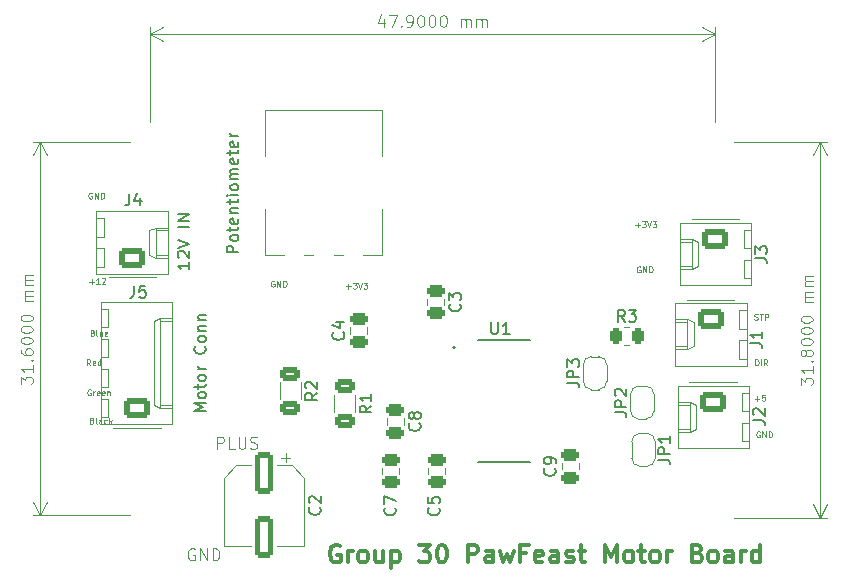
<source format=gbr>
%TF.GenerationSoftware,KiCad,Pcbnew,8.0.5*%
%TF.CreationDate,2025-03-31T18:24:30-05:00*%
%TF.ProjectId,new_MotorDriver_v1.5_NEW,6e65775f-4d6f-4746-9f72-447269766572,rev?*%
%TF.SameCoordinates,Original*%
%TF.FileFunction,Legend,Top*%
%TF.FilePolarity,Positive*%
%FSLAX46Y46*%
G04 Gerber Fmt 4.6, Leading zero omitted, Abs format (unit mm)*
G04 Created by KiCad (PCBNEW 8.0.5) date 2025-03-31 18:24:30*
%MOMM*%
%LPD*%
G01*
G04 APERTURE LIST*
G04 Aperture macros list*
%AMRoundRect*
0 Rectangle with rounded corners*
0 $1 Rounding radius*
0 $2 $3 $4 $5 $6 $7 $8 $9 X,Y pos of 4 corners*
0 Add a 4 corners polygon primitive as box body*
4,1,4,$2,$3,$4,$5,$6,$7,$8,$9,$2,$3,0*
0 Add four circle primitives for the rounded corners*
1,1,$1+$1,$2,$3*
1,1,$1+$1,$4,$5*
1,1,$1+$1,$6,$7*
1,1,$1+$1,$8,$9*
0 Add four rect primitives between the rounded corners*
20,1,$1+$1,$2,$3,$4,$5,0*
20,1,$1+$1,$4,$5,$6,$7,0*
20,1,$1+$1,$6,$7,$8,$9,0*
20,1,$1+$1,$8,$9,$2,$3,0*%
%AMFreePoly0*
4,1,19,0.500000,-0.750000,0.000000,-0.750000,0.000000,-0.744911,-0.071157,-0.744911,-0.207708,-0.704816,-0.327430,-0.627875,-0.420627,-0.520320,-0.479746,-0.390866,-0.500000,-0.250000,-0.500000,0.250000,-0.479746,0.390866,-0.420627,0.520320,-0.327430,0.627875,-0.207708,0.704816,-0.071157,0.744911,0.000000,0.744911,0.000000,0.750000,0.500000,0.750000,0.500000,-0.750000,0.500000,-0.750000,
$1*%
%AMFreePoly1*
4,1,19,0.000000,0.744911,0.071157,0.744911,0.207708,0.704816,0.327430,0.627875,0.420627,0.520320,0.479746,0.390866,0.500000,0.250000,0.500000,-0.250000,0.479746,-0.390866,0.420627,-0.520320,0.327430,-0.627875,0.207708,-0.704816,0.071157,-0.744911,0.000000,-0.744911,0.000000,-0.750000,-0.500000,-0.750000,-0.500000,0.750000,0.000000,0.750000,0.000000,0.744911,0.000000,0.744911,
$1*%
G04 Aperture macros list end*
%ADD10C,0.100000*%
%ADD11C,0.125000*%
%ADD12C,0.300000*%
%ADD13C,0.150000*%
%ADD14C,0.120000*%
%ADD15C,0.200000*%
%ADD16C,0.127000*%
%ADD17C,0.010000*%
%ADD18RoundRect,0.250000X-0.550000X1.500000X-0.550000X-1.500000X0.550000X-1.500000X0.550000X1.500000X0*%
%ADD19RoundRect,0.250000X0.845000X-0.620000X0.845000X0.620000X-0.845000X0.620000X-0.845000X-0.620000X0*%
%ADD20O,2.190000X1.740000*%
%ADD21RoundRect,0.250000X-0.625000X0.312500X-0.625000X-0.312500X0.625000X-0.312500X0.625000X0.312500X0*%
%ADD22RoundRect,0.250000X-0.845000X0.620000X-0.845000X-0.620000X0.845000X-0.620000X0.845000X0.620000X0*%
%ADD23C,3.200000*%
%ADD24RoundRect,0.250000X-0.262500X-0.450000X0.262500X-0.450000X0.262500X0.450000X-0.262500X0.450000X0*%
%ADD25RoundRect,0.250000X-0.475000X0.250000X-0.475000X-0.250000X0.475000X-0.250000X0.475000X0.250000X0*%
%ADD26FreePoly0,270.000000*%
%ADD27FreePoly1,270.000000*%
%ADD28FreePoly0,90.000000*%
%ADD29FreePoly1,90.000000*%
%ADD30RoundRect,0.250000X0.475000X-0.250000X0.475000X0.250000X-0.475000X0.250000X-0.475000X-0.250000X0*%
%ADD31C,4.000000*%
%ADD32C,1.800000*%
G04 APERTURE END LIST*
D10*
X55996493Y-73748438D02*
X55901255Y-73700819D01*
X55901255Y-73700819D02*
X55758398Y-73700819D01*
X55758398Y-73700819D02*
X55615541Y-73748438D01*
X55615541Y-73748438D02*
X55520303Y-73843676D01*
X55520303Y-73843676D02*
X55472684Y-73938914D01*
X55472684Y-73938914D02*
X55425065Y-74129390D01*
X55425065Y-74129390D02*
X55425065Y-74272247D01*
X55425065Y-74272247D02*
X55472684Y-74462723D01*
X55472684Y-74462723D02*
X55520303Y-74557961D01*
X55520303Y-74557961D02*
X55615541Y-74653200D01*
X55615541Y-74653200D02*
X55758398Y-74700819D01*
X55758398Y-74700819D02*
X55853636Y-74700819D01*
X55853636Y-74700819D02*
X55996493Y-74653200D01*
X55996493Y-74653200D02*
X56044112Y-74605580D01*
X56044112Y-74605580D02*
X56044112Y-74272247D01*
X56044112Y-74272247D02*
X55853636Y-74272247D01*
X56472684Y-74700819D02*
X56472684Y-73700819D01*
X56472684Y-73700819D02*
X57044112Y-74700819D01*
X57044112Y-74700819D02*
X57044112Y-73700819D01*
X57520303Y-74700819D02*
X57520303Y-73700819D01*
X57520303Y-73700819D02*
X57758398Y-73700819D01*
X57758398Y-73700819D02*
X57901255Y-73748438D01*
X57901255Y-73748438D02*
X57996493Y-73843676D01*
X57996493Y-73843676D02*
X58044112Y-73938914D01*
X58044112Y-73938914D02*
X58091731Y-74129390D01*
X58091731Y-74129390D02*
X58091731Y-74272247D01*
X58091731Y-74272247D02*
X58044112Y-74462723D01*
X58044112Y-74462723D02*
X57996493Y-74557961D01*
X57996493Y-74557961D02*
X57901255Y-74653200D01*
X57901255Y-74653200D02*
X57758398Y-74700819D01*
X57758398Y-74700819D02*
X57520303Y-74700819D01*
X57911084Y-65252019D02*
X57911084Y-64252019D01*
X57911084Y-64252019D02*
X58292036Y-64252019D01*
X58292036Y-64252019D02*
X58387274Y-64299638D01*
X58387274Y-64299638D02*
X58434893Y-64347257D01*
X58434893Y-64347257D02*
X58482512Y-64442495D01*
X58482512Y-64442495D02*
X58482512Y-64585352D01*
X58482512Y-64585352D02*
X58434893Y-64680590D01*
X58434893Y-64680590D02*
X58387274Y-64728209D01*
X58387274Y-64728209D02*
X58292036Y-64775828D01*
X58292036Y-64775828D02*
X57911084Y-64775828D01*
X59387274Y-65252019D02*
X58911084Y-65252019D01*
X58911084Y-65252019D02*
X58911084Y-64252019D01*
X59720608Y-64252019D02*
X59720608Y-65061542D01*
X59720608Y-65061542D02*
X59768227Y-65156780D01*
X59768227Y-65156780D02*
X59815846Y-65204400D01*
X59815846Y-65204400D02*
X59911084Y-65252019D01*
X59911084Y-65252019D02*
X60101560Y-65252019D01*
X60101560Y-65252019D02*
X60196798Y-65204400D01*
X60196798Y-65204400D02*
X60244417Y-65156780D01*
X60244417Y-65156780D02*
X60292036Y-65061542D01*
X60292036Y-65061542D02*
X60292036Y-64252019D01*
X60720608Y-65204400D02*
X60863465Y-65252019D01*
X60863465Y-65252019D02*
X61101560Y-65252019D01*
X61101560Y-65252019D02*
X61196798Y-65204400D01*
X61196798Y-65204400D02*
X61244417Y-65156780D01*
X61244417Y-65156780D02*
X61292036Y-65061542D01*
X61292036Y-65061542D02*
X61292036Y-64966304D01*
X61292036Y-64966304D02*
X61244417Y-64871066D01*
X61244417Y-64871066D02*
X61196798Y-64823447D01*
X61196798Y-64823447D02*
X61101560Y-64775828D01*
X61101560Y-64775828D02*
X60911084Y-64728209D01*
X60911084Y-64728209D02*
X60815846Y-64680590D01*
X60815846Y-64680590D02*
X60768227Y-64632971D01*
X60768227Y-64632971D02*
X60720608Y-64537733D01*
X60720608Y-64537733D02*
X60720608Y-64442495D01*
X60720608Y-64442495D02*
X60768227Y-64347257D01*
X60768227Y-64347257D02*
X60815846Y-64299638D01*
X60815846Y-64299638D02*
X60911084Y-64252019D01*
X60911084Y-64252019D02*
X61149179Y-64252019D01*
X61149179Y-64252019D02*
X61292036Y-64299638D01*
D11*
X68832083Y-51507033D02*
X69213036Y-51507033D01*
X69022559Y-51697509D02*
X69022559Y-51316557D01*
X69403512Y-51197509D02*
X69713036Y-51197509D01*
X69713036Y-51197509D02*
X69546369Y-51387985D01*
X69546369Y-51387985D02*
X69617798Y-51387985D01*
X69617798Y-51387985D02*
X69665417Y-51411795D01*
X69665417Y-51411795D02*
X69689226Y-51435604D01*
X69689226Y-51435604D02*
X69713036Y-51483223D01*
X69713036Y-51483223D02*
X69713036Y-51602271D01*
X69713036Y-51602271D02*
X69689226Y-51649890D01*
X69689226Y-51649890D02*
X69665417Y-51673700D01*
X69665417Y-51673700D02*
X69617798Y-51697509D01*
X69617798Y-51697509D02*
X69474941Y-51697509D01*
X69474941Y-51697509D02*
X69427322Y-51673700D01*
X69427322Y-51673700D02*
X69403512Y-51649890D01*
X69855893Y-51197509D02*
X70022559Y-51697509D01*
X70022559Y-51697509D02*
X70189226Y-51197509D01*
X70308273Y-51197509D02*
X70617797Y-51197509D01*
X70617797Y-51197509D02*
X70451130Y-51387985D01*
X70451130Y-51387985D02*
X70522559Y-51387985D01*
X70522559Y-51387985D02*
X70570178Y-51411795D01*
X70570178Y-51411795D02*
X70593987Y-51435604D01*
X70593987Y-51435604D02*
X70617797Y-51483223D01*
X70617797Y-51483223D02*
X70617797Y-51602271D01*
X70617797Y-51602271D02*
X70593987Y-51649890D01*
X70593987Y-51649890D02*
X70570178Y-51673700D01*
X70570178Y-51673700D02*
X70522559Y-51697509D01*
X70522559Y-51697509D02*
X70379702Y-51697509D01*
X70379702Y-51697509D02*
X70332083Y-51673700D01*
X70332083Y-51673700D02*
X70308273Y-51649890D01*
X103477683Y-58199909D02*
X103477683Y-57699909D01*
X103477683Y-57699909D02*
X103596731Y-57699909D01*
X103596731Y-57699909D02*
X103668159Y-57723719D01*
X103668159Y-57723719D02*
X103715778Y-57771338D01*
X103715778Y-57771338D02*
X103739588Y-57818957D01*
X103739588Y-57818957D02*
X103763397Y-57914195D01*
X103763397Y-57914195D02*
X103763397Y-57985623D01*
X103763397Y-57985623D02*
X103739588Y-58080861D01*
X103739588Y-58080861D02*
X103715778Y-58128480D01*
X103715778Y-58128480D02*
X103668159Y-58176100D01*
X103668159Y-58176100D02*
X103596731Y-58199909D01*
X103596731Y-58199909D02*
X103477683Y-58199909D01*
X103977683Y-58199909D02*
X103977683Y-57699909D01*
X104501492Y-58199909D02*
X104334826Y-57961814D01*
X104215778Y-58199909D02*
X104215778Y-57699909D01*
X104215778Y-57699909D02*
X104406254Y-57699909D01*
X104406254Y-57699909D02*
X104453873Y-57723719D01*
X104453873Y-57723719D02*
X104477683Y-57747528D01*
X104477683Y-57747528D02*
X104501492Y-57795147D01*
X104501492Y-57795147D02*
X104501492Y-57866576D01*
X104501492Y-57866576D02*
X104477683Y-57914195D01*
X104477683Y-57914195D02*
X104453873Y-57938004D01*
X104453873Y-57938004D02*
X104406254Y-57961814D01*
X104406254Y-57961814D02*
X104215778Y-57961814D01*
X103841188Y-63819719D02*
X103793569Y-63795909D01*
X103793569Y-63795909D02*
X103722140Y-63795909D01*
X103722140Y-63795909D02*
X103650712Y-63819719D01*
X103650712Y-63819719D02*
X103603093Y-63867338D01*
X103603093Y-63867338D02*
X103579283Y-63914957D01*
X103579283Y-63914957D02*
X103555474Y-64010195D01*
X103555474Y-64010195D02*
X103555474Y-64081623D01*
X103555474Y-64081623D02*
X103579283Y-64176861D01*
X103579283Y-64176861D02*
X103603093Y-64224480D01*
X103603093Y-64224480D02*
X103650712Y-64272100D01*
X103650712Y-64272100D02*
X103722140Y-64295909D01*
X103722140Y-64295909D02*
X103769759Y-64295909D01*
X103769759Y-64295909D02*
X103841188Y-64272100D01*
X103841188Y-64272100D02*
X103864997Y-64248290D01*
X103864997Y-64248290D02*
X103864997Y-64081623D01*
X103864997Y-64081623D02*
X103769759Y-64081623D01*
X104079283Y-64295909D02*
X104079283Y-63795909D01*
X104079283Y-63795909D02*
X104364997Y-64295909D01*
X104364997Y-64295909D02*
X104364997Y-63795909D01*
X104603093Y-64295909D02*
X104603093Y-63795909D01*
X104603093Y-63795909D02*
X104722141Y-63795909D01*
X104722141Y-63795909D02*
X104793569Y-63819719D01*
X104793569Y-63819719D02*
X104841188Y-63867338D01*
X104841188Y-63867338D02*
X104864998Y-63914957D01*
X104864998Y-63914957D02*
X104888807Y-64010195D01*
X104888807Y-64010195D02*
X104888807Y-64081623D01*
X104888807Y-64081623D02*
X104864998Y-64176861D01*
X104864998Y-64176861D02*
X104841188Y-64224480D01*
X104841188Y-64224480D02*
X104793569Y-64272100D01*
X104793569Y-64272100D02*
X104722141Y-64295909D01*
X104722141Y-64295909D02*
X104603093Y-64295909D01*
X47089683Y-51100633D02*
X47470636Y-51100633D01*
X47280159Y-51291109D02*
X47280159Y-50910157D01*
X47970636Y-51291109D02*
X47684922Y-51291109D01*
X47827779Y-51291109D02*
X47827779Y-50791109D01*
X47827779Y-50791109D02*
X47780160Y-50862538D01*
X47780160Y-50862538D02*
X47732541Y-50910157D01*
X47732541Y-50910157D02*
X47684922Y-50933966D01*
X48161112Y-50838728D02*
X48184921Y-50814919D01*
X48184921Y-50814919D02*
X48232540Y-50791109D01*
X48232540Y-50791109D02*
X48351588Y-50791109D01*
X48351588Y-50791109D02*
X48399207Y-50814919D01*
X48399207Y-50814919D02*
X48423016Y-50838728D01*
X48423016Y-50838728D02*
X48446826Y-50886347D01*
X48446826Y-50886347D02*
X48446826Y-50933966D01*
X48446826Y-50933966D02*
X48423016Y-51005395D01*
X48423016Y-51005395D02*
X48137302Y-51291109D01*
X48137302Y-51291109D02*
X48446826Y-51291109D01*
X62743988Y-51068919D02*
X62696369Y-51045109D01*
X62696369Y-51045109D02*
X62624940Y-51045109D01*
X62624940Y-51045109D02*
X62553512Y-51068919D01*
X62553512Y-51068919D02*
X62505893Y-51116538D01*
X62505893Y-51116538D02*
X62482083Y-51164157D01*
X62482083Y-51164157D02*
X62458274Y-51259395D01*
X62458274Y-51259395D02*
X62458274Y-51330823D01*
X62458274Y-51330823D02*
X62482083Y-51426061D01*
X62482083Y-51426061D02*
X62505893Y-51473680D01*
X62505893Y-51473680D02*
X62553512Y-51521300D01*
X62553512Y-51521300D02*
X62624940Y-51545109D01*
X62624940Y-51545109D02*
X62672559Y-51545109D01*
X62672559Y-51545109D02*
X62743988Y-51521300D01*
X62743988Y-51521300D02*
X62767797Y-51497490D01*
X62767797Y-51497490D02*
X62767797Y-51330823D01*
X62767797Y-51330823D02*
X62672559Y-51330823D01*
X62982083Y-51545109D02*
X62982083Y-51045109D01*
X62982083Y-51045109D02*
X63267797Y-51545109D01*
X63267797Y-51545109D02*
X63267797Y-51045109D01*
X63505893Y-51545109D02*
X63505893Y-51045109D01*
X63505893Y-51045109D02*
X63624941Y-51045109D01*
X63624941Y-51045109D02*
X63696369Y-51068919D01*
X63696369Y-51068919D02*
X63743988Y-51116538D01*
X63743988Y-51116538D02*
X63767798Y-51164157D01*
X63767798Y-51164157D02*
X63791607Y-51259395D01*
X63791607Y-51259395D02*
X63791607Y-51330823D01*
X63791607Y-51330823D02*
X63767798Y-51426061D01*
X63767798Y-51426061D02*
X63743988Y-51473680D01*
X63743988Y-51473680D02*
X63696369Y-51521300D01*
X63696369Y-51521300D02*
X63624941Y-51545109D01*
X63624941Y-51545109D02*
X63505893Y-51545109D01*
X47172197Y-58199909D02*
X47005531Y-57961814D01*
X46886483Y-58199909D02*
X46886483Y-57699909D01*
X46886483Y-57699909D02*
X47076959Y-57699909D01*
X47076959Y-57699909D02*
X47124578Y-57723719D01*
X47124578Y-57723719D02*
X47148388Y-57747528D01*
X47148388Y-57747528D02*
X47172197Y-57795147D01*
X47172197Y-57795147D02*
X47172197Y-57866576D01*
X47172197Y-57866576D02*
X47148388Y-57914195D01*
X47148388Y-57914195D02*
X47124578Y-57938004D01*
X47124578Y-57938004D02*
X47076959Y-57961814D01*
X47076959Y-57961814D02*
X46886483Y-57961814D01*
X47576959Y-58176100D02*
X47529340Y-58199909D01*
X47529340Y-58199909D02*
X47434102Y-58199909D01*
X47434102Y-58199909D02*
X47386483Y-58176100D01*
X47386483Y-58176100D02*
X47362674Y-58128480D01*
X47362674Y-58128480D02*
X47362674Y-57938004D01*
X47362674Y-57938004D02*
X47386483Y-57890385D01*
X47386483Y-57890385D02*
X47434102Y-57866576D01*
X47434102Y-57866576D02*
X47529340Y-57866576D01*
X47529340Y-57866576D02*
X47576959Y-57890385D01*
X47576959Y-57890385D02*
X47600769Y-57938004D01*
X47600769Y-57938004D02*
X47600769Y-57985623D01*
X47600769Y-57985623D02*
X47362674Y-58033242D01*
X48029340Y-58199909D02*
X48029340Y-57699909D01*
X48029340Y-58176100D02*
X47981721Y-58199909D01*
X47981721Y-58199909D02*
X47886483Y-58199909D01*
X47886483Y-58199909D02*
X47838864Y-58176100D01*
X47838864Y-58176100D02*
X47815054Y-58152290D01*
X47815054Y-58152290D02*
X47791245Y-58104671D01*
X47791245Y-58104671D02*
X47791245Y-57961814D01*
X47791245Y-57961814D02*
X47815054Y-57914195D01*
X47815054Y-57914195D02*
X47838864Y-57890385D01*
X47838864Y-57890385D02*
X47886483Y-57866576D01*
X47886483Y-57866576D02*
X47981721Y-57866576D01*
X47981721Y-57866576D02*
X48029340Y-57890385D01*
X103426883Y-61006633D02*
X103807836Y-61006633D01*
X103617359Y-61197109D02*
X103617359Y-60816157D01*
X104284026Y-60697109D02*
X104045931Y-60697109D01*
X104045931Y-60697109D02*
X104022122Y-60935204D01*
X104022122Y-60935204D02*
X104045931Y-60911395D01*
X104045931Y-60911395D02*
X104093550Y-60887585D01*
X104093550Y-60887585D02*
X104212598Y-60887585D01*
X104212598Y-60887585D02*
X104260217Y-60911395D01*
X104260217Y-60911395D02*
X104284026Y-60935204D01*
X104284026Y-60935204D02*
X104307836Y-60982823D01*
X104307836Y-60982823D02*
X104307836Y-61101871D01*
X104307836Y-61101871D02*
X104284026Y-61149490D01*
X104284026Y-61149490D02*
X104260217Y-61173300D01*
X104260217Y-61173300D02*
X104212598Y-61197109D01*
X104212598Y-61197109D02*
X104093550Y-61197109D01*
X104093550Y-61197109D02*
X104045931Y-61173300D01*
X104045931Y-61173300D02*
X104022122Y-61149490D01*
X47199188Y-60263719D02*
X47151569Y-60239909D01*
X47151569Y-60239909D02*
X47080140Y-60239909D01*
X47080140Y-60239909D02*
X47008712Y-60263719D01*
X47008712Y-60263719D02*
X46961093Y-60311338D01*
X46961093Y-60311338D02*
X46937283Y-60358957D01*
X46937283Y-60358957D02*
X46913474Y-60454195D01*
X46913474Y-60454195D02*
X46913474Y-60525623D01*
X46913474Y-60525623D02*
X46937283Y-60620861D01*
X46937283Y-60620861D02*
X46961093Y-60668480D01*
X46961093Y-60668480D02*
X47008712Y-60716100D01*
X47008712Y-60716100D02*
X47080140Y-60739909D01*
X47080140Y-60739909D02*
X47127759Y-60739909D01*
X47127759Y-60739909D02*
X47199188Y-60716100D01*
X47199188Y-60716100D02*
X47222997Y-60692290D01*
X47222997Y-60692290D02*
X47222997Y-60525623D01*
X47222997Y-60525623D02*
X47127759Y-60525623D01*
X47437283Y-60739909D02*
X47437283Y-60406576D01*
X47437283Y-60501814D02*
X47461093Y-60454195D01*
X47461093Y-60454195D02*
X47484902Y-60430385D01*
X47484902Y-60430385D02*
X47532521Y-60406576D01*
X47532521Y-60406576D02*
X47580140Y-60406576D01*
X47937283Y-60716100D02*
X47889664Y-60739909D01*
X47889664Y-60739909D02*
X47794426Y-60739909D01*
X47794426Y-60739909D02*
X47746807Y-60716100D01*
X47746807Y-60716100D02*
X47722998Y-60668480D01*
X47722998Y-60668480D02*
X47722998Y-60478004D01*
X47722998Y-60478004D02*
X47746807Y-60430385D01*
X47746807Y-60430385D02*
X47794426Y-60406576D01*
X47794426Y-60406576D02*
X47889664Y-60406576D01*
X47889664Y-60406576D02*
X47937283Y-60430385D01*
X47937283Y-60430385D02*
X47961093Y-60478004D01*
X47961093Y-60478004D02*
X47961093Y-60525623D01*
X47961093Y-60525623D02*
X47722998Y-60573242D01*
X48365854Y-60716100D02*
X48318235Y-60739909D01*
X48318235Y-60739909D02*
X48222997Y-60739909D01*
X48222997Y-60739909D02*
X48175378Y-60716100D01*
X48175378Y-60716100D02*
X48151569Y-60668480D01*
X48151569Y-60668480D02*
X48151569Y-60478004D01*
X48151569Y-60478004D02*
X48175378Y-60430385D01*
X48175378Y-60430385D02*
X48222997Y-60406576D01*
X48222997Y-60406576D02*
X48318235Y-60406576D01*
X48318235Y-60406576D02*
X48365854Y-60430385D01*
X48365854Y-60430385D02*
X48389664Y-60478004D01*
X48389664Y-60478004D02*
X48389664Y-60525623D01*
X48389664Y-60525623D02*
X48151569Y-60573242D01*
X48603949Y-60406576D02*
X48603949Y-60739909D01*
X48603949Y-60454195D02*
X48627759Y-60430385D01*
X48627759Y-60430385D02*
X48675378Y-60406576D01*
X48675378Y-60406576D02*
X48746806Y-60406576D01*
X48746806Y-60406576D02*
X48794425Y-60430385D01*
X48794425Y-60430385D02*
X48818235Y-60478004D01*
X48818235Y-60478004D02*
X48818235Y-60739909D01*
X103403074Y-54315300D02*
X103474502Y-54339109D01*
X103474502Y-54339109D02*
X103593550Y-54339109D01*
X103593550Y-54339109D02*
X103641169Y-54315300D01*
X103641169Y-54315300D02*
X103664978Y-54291490D01*
X103664978Y-54291490D02*
X103688788Y-54243871D01*
X103688788Y-54243871D02*
X103688788Y-54196252D01*
X103688788Y-54196252D02*
X103664978Y-54148633D01*
X103664978Y-54148633D02*
X103641169Y-54124823D01*
X103641169Y-54124823D02*
X103593550Y-54101014D01*
X103593550Y-54101014D02*
X103498312Y-54077204D01*
X103498312Y-54077204D02*
X103450693Y-54053395D01*
X103450693Y-54053395D02*
X103426883Y-54029585D01*
X103426883Y-54029585D02*
X103403074Y-53981966D01*
X103403074Y-53981966D02*
X103403074Y-53934347D01*
X103403074Y-53934347D02*
X103426883Y-53886728D01*
X103426883Y-53886728D02*
X103450693Y-53862919D01*
X103450693Y-53862919D02*
X103498312Y-53839109D01*
X103498312Y-53839109D02*
X103617359Y-53839109D01*
X103617359Y-53839109D02*
X103688788Y-53862919D01*
X103831645Y-53839109D02*
X104117359Y-53839109D01*
X103974502Y-54339109D02*
X103974502Y-53839109D01*
X104284025Y-54339109D02*
X104284025Y-53839109D01*
X104284025Y-53839109D02*
X104474501Y-53839109D01*
X104474501Y-53839109D02*
X104522120Y-53862919D01*
X104522120Y-53862919D02*
X104545930Y-53886728D01*
X104545930Y-53886728D02*
X104569739Y-53934347D01*
X104569739Y-53934347D02*
X104569739Y-54005776D01*
X104569739Y-54005776D02*
X104545930Y-54053395D01*
X104545930Y-54053395D02*
X104522120Y-54077204D01*
X104522120Y-54077204D02*
X104474501Y-54101014D01*
X104474501Y-54101014D02*
X104284025Y-54101014D01*
X93317683Y-46325433D02*
X93698636Y-46325433D01*
X93508159Y-46515909D02*
X93508159Y-46134957D01*
X93889112Y-46015909D02*
X94198636Y-46015909D01*
X94198636Y-46015909D02*
X94031969Y-46206385D01*
X94031969Y-46206385D02*
X94103398Y-46206385D01*
X94103398Y-46206385D02*
X94151017Y-46230195D01*
X94151017Y-46230195D02*
X94174826Y-46254004D01*
X94174826Y-46254004D02*
X94198636Y-46301623D01*
X94198636Y-46301623D02*
X94198636Y-46420671D01*
X94198636Y-46420671D02*
X94174826Y-46468290D01*
X94174826Y-46468290D02*
X94151017Y-46492100D01*
X94151017Y-46492100D02*
X94103398Y-46515909D01*
X94103398Y-46515909D02*
X93960541Y-46515909D01*
X93960541Y-46515909D02*
X93912922Y-46492100D01*
X93912922Y-46492100D02*
X93889112Y-46468290D01*
X94341493Y-46015909D02*
X94508159Y-46515909D01*
X94508159Y-46515909D02*
X94674826Y-46015909D01*
X94793873Y-46015909D02*
X95103397Y-46015909D01*
X95103397Y-46015909D02*
X94936730Y-46206385D01*
X94936730Y-46206385D02*
X95008159Y-46206385D01*
X95008159Y-46206385D02*
X95055778Y-46230195D01*
X95055778Y-46230195D02*
X95079587Y-46254004D01*
X95079587Y-46254004D02*
X95103397Y-46301623D01*
X95103397Y-46301623D02*
X95103397Y-46420671D01*
X95103397Y-46420671D02*
X95079587Y-46468290D01*
X95079587Y-46468290D02*
X95055778Y-46492100D01*
X95055778Y-46492100D02*
X95008159Y-46515909D01*
X95008159Y-46515909D02*
X94865302Y-46515909D01*
X94865302Y-46515909D02*
X94817683Y-46492100D01*
X94817683Y-46492100D02*
X94793873Y-46468290D01*
X47357950Y-55448804D02*
X47429378Y-55472614D01*
X47429378Y-55472614D02*
X47453188Y-55496423D01*
X47453188Y-55496423D02*
X47476997Y-55544042D01*
X47476997Y-55544042D02*
X47476997Y-55615471D01*
X47476997Y-55615471D02*
X47453188Y-55663090D01*
X47453188Y-55663090D02*
X47429378Y-55686900D01*
X47429378Y-55686900D02*
X47381759Y-55710709D01*
X47381759Y-55710709D02*
X47191283Y-55710709D01*
X47191283Y-55710709D02*
X47191283Y-55210709D01*
X47191283Y-55210709D02*
X47357950Y-55210709D01*
X47357950Y-55210709D02*
X47405569Y-55234519D01*
X47405569Y-55234519D02*
X47429378Y-55258328D01*
X47429378Y-55258328D02*
X47453188Y-55305947D01*
X47453188Y-55305947D02*
X47453188Y-55353566D01*
X47453188Y-55353566D02*
X47429378Y-55401185D01*
X47429378Y-55401185D02*
X47405569Y-55424995D01*
X47405569Y-55424995D02*
X47357950Y-55448804D01*
X47357950Y-55448804D02*
X47191283Y-55448804D01*
X47762712Y-55710709D02*
X47715093Y-55686900D01*
X47715093Y-55686900D02*
X47691283Y-55639280D01*
X47691283Y-55639280D02*
X47691283Y-55210709D01*
X48167474Y-55377376D02*
X48167474Y-55710709D01*
X47953188Y-55377376D02*
X47953188Y-55639280D01*
X47953188Y-55639280D02*
X47976998Y-55686900D01*
X47976998Y-55686900D02*
X48024617Y-55710709D01*
X48024617Y-55710709D02*
X48096045Y-55710709D01*
X48096045Y-55710709D02*
X48143664Y-55686900D01*
X48143664Y-55686900D02*
X48167474Y-55663090D01*
X48596045Y-55686900D02*
X48548426Y-55710709D01*
X48548426Y-55710709D02*
X48453188Y-55710709D01*
X48453188Y-55710709D02*
X48405569Y-55686900D01*
X48405569Y-55686900D02*
X48381760Y-55639280D01*
X48381760Y-55639280D02*
X48381760Y-55448804D01*
X48381760Y-55448804D02*
X48405569Y-55401185D01*
X48405569Y-55401185D02*
X48453188Y-55377376D01*
X48453188Y-55377376D02*
X48548426Y-55377376D01*
X48548426Y-55377376D02*
X48596045Y-55401185D01*
X48596045Y-55401185D02*
X48619855Y-55448804D01*
X48619855Y-55448804D02*
X48619855Y-55496423D01*
X48619855Y-55496423D02*
X48381760Y-55544042D01*
X47307150Y-62865604D02*
X47378578Y-62889414D01*
X47378578Y-62889414D02*
X47402388Y-62913223D01*
X47402388Y-62913223D02*
X47426197Y-62960842D01*
X47426197Y-62960842D02*
X47426197Y-63032271D01*
X47426197Y-63032271D02*
X47402388Y-63079890D01*
X47402388Y-63079890D02*
X47378578Y-63103700D01*
X47378578Y-63103700D02*
X47330959Y-63127509D01*
X47330959Y-63127509D02*
X47140483Y-63127509D01*
X47140483Y-63127509D02*
X47140483Y-62627509D01*
X47140483Y-62627509D02*
X47307150Y-62627509D01*
X47307150Y-62627509D02*
X47354769Y-62651319D01*
X47354769Y-62651319D02*
X47378578Y-62675128D01*
X47378578Y-62675128D02*
X47402388Y-62722747D01*
X47402388Y-62722747D02*
X47402388Y-62770366D01*
X47402388Y-62770366D02*
X47378578Y-62817985D01*
X47378578Y-62817985D02*
X47354769Y-62841795D01*
X47354769Y-62841795D02*
X47307150Y-62865604D01*
X47307150Y-62865604D02*
X47140483Y-62865604D01*
X47711912Y-63127509D02*
X47664293Y-63103700D01*
X47664293Y-63103700D02*
X47640483Y-63056080D01*
X47640483Y-63056080D02*
X47640483Y-62627509D01*
X48116674Y-63127509D02*
X48116674Y-62865604D01*
X48116674Y-62865604D02*
X48092864Y-62817985D01*
X48092864Y-62817985D02*
X48045245Y-62794176D01*
X48045245Y-62794176D02*
X47950007Y-62794176D01*
X47950007Y-62794176D02*
X47902388Y-62817985D01*
X48116674Y-63103700D02*
X48069055Y-63127509D01*
X48069055Y-63127509D02*
X47950007Y-63127509D01*
X47950007Y-63127509D02*
X47902388Y-63103700D01*
X47902388Y-63103700D02*
X47878579Y-63056080D01*
X47878579Y-63056080D02*
X47878579Y-63008461D01*
X47878579Y-63008461D02*
X47902388Y-62960842D01*
X47902388Y-62960842D02*
X47950007Y-62937033D01*
X47950007Y-62937033D02*
X48069055Y-62937033D01*
X48069055Y-62937033D02*
X48116674Y-62913223D01*
X48569055Y-63103700D02*
X48521436Y-63127509D01*
X48521436Y-63127509D02*
X48426198Y-63127509D01*
X48426198Y-63127509D02*
X48378579Y-63103700D01*
X48378579Y-63103700D02*
X48354769Y-63079890D01*
X48354769Y-63079890D02*
X48330960Y-63032271D01*
X48330960Y-63032271D02*
X48330960Y-62889414D01*
X48330960Y-62889414D02*
X48354769Y-62841795D01*
X48354769Y-62841795D02*
X48378579Y-62817985D01*
X48378579Y-62817985D02*
X48426198Y-62794176D01*
X48426198Y-62794176D02*
X48521436Y-62794176D01*
X48521436Y-62794176D02*
X48569055Y-62817985D01*
X48783340Y-63127509D02*
X48783340Y-62627509D01*
X48830959Y-62937033D02*
X48973816Y-63127509D01*
X48973816Y-62794176D02*
X48783340Y-62984652D01*
X93731988Y-49849719D02*
X93684369Y-49825909D01*
X93684369Y-49825909D02*
X93612940Y-49825909D01*
X93612940Y-49825909D02*
X93541512Y-49849719D01*
X93541512Y-49849719D02*
X93493893Y-49897338D01*
X93493893Y-49897338D02*
X93470083Y-49944957D01*
X93470083Y-49944957D02*
X93446274Y-50040195D01*
X93446274Y-50040195D02*
X93446274Y-50111623D01*
X93446274Y-50111623D02*
X93470083Y-50206861D01*
X93470083Y-50206861D02*
X93493893Y-50254480D01*
X93493893Y-50254480D02*
X93541512Y-50302100D01*
X93541512Y-50302100D02*
X93612940Y-50325909D01*
X93612940Y-50325909D02*
X93660559Y-50325909D01*
X93660559Y-50325909D02*
X93731988Y-50302100D01*
X93731988Y-50302100D02*
X93755797Y-50278290D01*
X93755797Y-50278290D02*
X93755797Y-50111623D01*
X93755797Y-50111623D02*
X93660559Y-50111623D01*
X93970083Y-50325909D02*
X93970083Y-49825909D01*
X93970083Y-49825909D02*
X94255797Y-50325909D01*
X94255797Y-50325909D02*
X94255797Y-49825909D01*
X94493893Y-50325909D02*
X94493893Y-49825909D01*
X94493893Y-49825909D02*
X94612941Y-49825909D01*
X94612941Y-49825909D02*
X94684369Y-49849719D01*
X94684369Y-49849719D02*
X94731988Y-49897338D01*
X94731988Y-49897338D02*
X94755798Y-49944957D01*
X94755798Y-49944957D02*
X94779607Y-50040195D01*
X94779607Y-50040195D02*
X94779607Y-50111623D01*
X94779607Y-50111623D02*
X94755798Y-50206861D01*
X94755798Y-50206861D02*
X94731988Y-50254480D01*
X94731988Y-50254480D02*
X94684369Y-50302100D01*
X94684369Y-50302100D02*
X94612941Y-50325909D01*
X94612941Y-50325909D02*
X94493893Y-50325909D01*
X47300788Y-43601319D02*
X47253169Y-43577509D01*
X47253169Y-43577509D02*
X47181740Y-43577509D01*
X47181740Y-43577509D02*
X47110312Y-43601319D01*
X47110312Y-43601319D02*
X47062693Y-43648938D01*
X47062693Y-43648938D02*
X47038883Y-43696557D01*
X47038883Y-43696557D02*
X47015074Y-43791795D01*
X47015074Y-43791795D02*
X47015074Y-43863223D01*
X47015074Y-43863223D02*
X47038883Y-43958461D01*
X47038883Y-43958461D02*
X47062693Y-44006080D01*
X47062693Y-44006080D02*
X47110312Y-44053700D01*
X47110312Y-44053700D02*
X47181740Y-44077509D01*
X47181740Y-44077509D02*
X47229359Y-44077509D01*
X47229359Y-44077509D02*
X47300788Y-44053700D01*
X47300788Y-44053700D02*
X47324597Y-44029890D01*
X47324597Y-44029890D02*
X47324597Y-43863223D01*
X47324597Y-43863223D02*
X47229359Y-43863223D01*
X47538883Y-44077509D02*
X47538883Y-43577509D01*
X47538883Y-43577509D02*
X47824597Y-44077509D01*
X47824597Y-44077509D02*
X47824597Y-43577509D01*
X48062693Y-44077509D02*
X48062693Y-43577509D01*
X48062693Y-43577509D02*
X48181741Y-43577509D01*
X48181741Y-43577509D02*
X48253169Y-43601319D01*
X48253169Y-43601319D02*
X48300788Y-43648938D01*
X48300788Y-43648938D02*
X48324598Y-43696557D01*
X48324598Y-43696557D02*
X48348407Y-43791795D01*
X48348407Y-43791795D02*
X48348407Y-43863223D01*
X48348407Y-43863223D02*
X48324598Y-43958461D01*
X48324598Y-43958461D02*
X48300788Y-44006080D01*
X48300788Y-44006080D02*
X48253169Y-44053700D01*
X48253169Y-44053700D02*
X48181741Y-44077509D01*
X48181741Y-44077509D02*
X48062693Y-44077509D01*
D12*
X68294625Y-73454657D02*
X68151768Y-73383228D01*
X68151768Y-73383228D02*
X67937482Y-73383228D01*
X67937482Y-73383228D02*
X67723196Y-73454657D01*
X67723196Y-73454657D02*
X67580339Y-73597514D01*
X67580339Y-73597514D02*
X67508910Y-73740371D01*
X67508910Y-73740371D02*
X67437482Y-74026085D01*
X67437482Y-74026085D02*
X67437482Y-74240371D01*
X67437482Y-74240371D02*
X67508910Y-74526085D01*
X67508910Y-74526085D02*
X67580339Y-74668942D01*
X67580339Y-74668942D02*
X67723196Y-74811800D01*
X67723196Y-74811800D02*
X67937482Y-74883228D01*
X67937482Y-74883228D02*
X68080339Y-74883228D01*
X68080339Y-74883228D02*
X68294625Y-74811800D01*
X68294625Y-74811800D02*
X68366053Y-74740371D01*
X68366053Y-74740371D02*
X68366053Y-74240371D01*
X68366053Y-74240371D02*
X68080339Y-74240371D01*
X69008910Y-74883228D02*
X69008910Y-73883228D01*
X69008910Y-74168942D02*
X69080339Y-74026085D01*
X69080339Y-74026085D02*
X69151768Y-73954657D01*
X69151768Y-73954657D02*
X69294625Y-73883228D01*
X69294625Y-73883228D02*
X69437482Y-73883228D01*
X70151767Y-74883228D02*
X70008910Y-74811800D01*
X70008910Y-74811800D02*
X69937481Y-74740371D01*
X69937481Y-74740371D02*
X69866053Y-74597514D01*
X69866053Y-74597514D02*
X69866053Y-74168942D01*
X69866053Y-74168942D02*
X69937481Y-74026085D01*
X69937481Y-74026085D02*
X70008910Y-73954657D01*
X70008910Y-73954657D02*
X70151767Y-73883228D01*
X70151767Y-73883228D02*
X70366053Y-73883228D01*
X70366053Y-73883228D02*
X70508910Y-73954657D01*
X70508910Y-73954657D02*
X70580339Y-74026085D01*
X70580339Y-74026085D02*
X70651767Y-74168942D01*
X70651767Y-74168942D02*
X70651767Y-74597514D01*
X70651767Y-74597514D02*
X70580339Y-74740371D01*
X70580339Y-74740371D02*
X70508910Y-74811800D01*
X70508910Y-74811800D02*
X70366053Y-74883228D01*
X70366053Y-74883228D02*
X70151767Y-74883228D01*
X71937482Y-73883228D02*
X71937482Y-74883228D01*
X71294624Y-73883228D02*
X71294624Y-74668942D01*
X71294624Y-74668942D02*
X71366053Y-74811800D01*
X71366053Y-74811800D02*
X71508910Y-74883228D01*
X71508910Y-74883228D02*
X71723196Y-74883228D01*
X71723196Y-74883228D02*
X71866053Y-74811800D01*
X71866053Y-74811800D02*
X71937482Y-74740371D01*
X72651767Y-73883228D02*
X72651767Y-75383228D01*
X72651767Y-73954657D02*
X72794625Y-73883228D01*
X72794625Y-73883228D02*
X73080339Y-73883228D01*
X73080339Y-73883228D02*
X73223196Y-73954657D01*
X73223196Y-73954657D02*
X73294625Y-74026085D01*
X73294625Y-74026085D02*
X73366053Y-74168942D01*
X73366053Y-74168942D02*
X73366053Y-74597514D01*
X73366053Y-74597514D02*
X73294625Y-74740371D01*
X73294625Y-74740371D02*
X73223196Y-74811800D01*
X73223196Y-74811800D02*
X73080339Y-74883228D01*
X73080339Y-74883228D02*
X72794625Y-74883228D01*
X72794625Y-74883228D02*
X72651767Y-74811800D01*
X75008910Y-73383228D02*
X75937482Y-73383228D01*
X75937482Y-73383228D02*
X75437482Y-73954657D01*
X75437482Y-73954657D02*
X75651767Y-73954657D01*
X75651767Y-73954657D02*
X75794625Y-74026085D01*
X75794625Y-74026085D02*
X75866053Y-74097514D01*
X75866053Y-74097514D02*
X75937482Y-74240371D01*
X75937482Y-74240371D02*
X75937482Y-74597514D01*
X75937482Y-74597514D02*
X75866053Y-74740371D01*
X75866053Y-74740371D02*
X75794625Y-74811800D01*
X75794625Y-74811800D02*
X75651767Y-74883228D01*
X75651767Y-74883228D02*
X75223196Y-74883228D01*
X75223196Y-74883228D02*
X75080339Y-74811800D01*
X75080339Y-74811800D02*
X75008910Y-74740371D01*
X76866053Y-73383228D02*
X77008910Y-73383228D01*
X77008910Y-73383228D02*
X77151767Y-73454657D01*
X77151767Y-73454657D02*
X77223196Y-73526085D01*
X77223196Y-73526085D02*
X77294624Y-73668942D01*
X77294624Y-73668942D02*
X77366053Y-73954657D01*
X77366053Y-73954657D02*
X77366053Y-74311800D01*
X77366053Y-74311800D02*
X77294624Y-74597514D01*
X77294624Y-74597514D02*
X77223196Y-74740371D01*
X77223196Y-74740371D02*
X77151767Y-74811800D01*
X77151767Y-74811800D02*
X77008910Y-74883228D01*
X77008910Y-74883228D02*
X76866053Y-74883228D01*
X76866053Y-74883228D02*
X76723196Y-74811800D01*
X76723196Y-74811800D02*
X76651767Y-74740371D01*
X76651767Y-74740371D02*
X76580338Y-74597514D01*
X76580338Y-74597514D02*
X76508910Y-74311800D01*
X76508910Y-74311800D02*
X76508910Y-73954657D01*
X76508910Y-73954657D02*
X76580338Y-73668942D01*
X76580338Y-73668942D02*
X76651767Y-73526085D01*
X76651767Y-73526085D02*
X76723196Y-73454657D01*
X76723196Y-73454657D02*
X76866053Y-73383228D01*
X79151766Y-74883228D02*
X79151766Y-73383228D01*
X79151766Y-73383228D02*
X79723195Y-73383228D01*
X79723195Y-73383228D02*
X79866052Y-73454657D01*
X79866052Y-73454657D02*
X79937481Y-73526085D01*
X79937481Y-73526085D02*
X80008909Y-73668942D01*
X80008909Y-73668942D02*
X80008909Y-73883228D01*
X80008909Y-73883228D02*
X79937481Y-74026085D01*
X79937481Y-74026085D02*
X79866052Y-74097514D01*
X79866052Y-74097514D02*
X79723195Y-74168942D01*
X79723195Y-74168942D02*
X79151766Y-74168942D01*
X81294624Y-74883228D02*
X81294624Y-74097514D01*
X81294624Y-74097514D02*
X81223195Y-73954657D01*
X81223195Y-73954657D02*
X81080338Y-73883228D01*
X81080338Y-73883228D02*
X80794624Y-73883228D01*
X80794624Y-73883228D02*
X80651766Y-73954657D01*
X81294624Y-74811800D02*
X81151766Y-74883228D01*
X81151766Y-74883228D02*
X80794624Y-74883228D01*
X80794624Y-74883228D02*
X80651766Y-74811800D01*
X80651766Y-74811800D02*
X80580338Y-74668942D01*
X80580338Y-74668942D02*
X80580338Y-74526085D01*
X80580338Y-74526085D02*
X80651766Y-74383228D01*
X80651766Y-74383228D02*
X80794624Y-74311800D01*
X80794624Y-74311800D02*
X81151766Y-74311800D01*
X81151766Y-74311800D02*
X81294624Y-74240371D01*
X81866052Y-73883228D02*
X82151767Y-74883228D01*
X82151767Y-74883228D02*
X82437481Y-74168942D01*
X82437481Y-74168942D02*
X82723195Y-74883228D01*
X82723195Y-74883228D02*
X83008909Y-73883228D01*
X84080338Y-74097514D02*
X83580338Y-74097514D01*
X83580338Y-74883228D02*
X83580338Y-73383228D01*
X83580338Y-73383228D02*
X84294624Y-73383228D01*
X85437481Y-74811800D02*
X85294624Y-74883228D01*
X85294624Y-74883228D02*
X85008910Y-74883228D01*
X85008910Y-74883228D02*
X84866052Y-74811800D01*
X84866052Y-74811800D02*
X84794624Y-74668942D01*
X84794624Y-74668942D02*
X84794624Y-74097514D01*
X84794624Y-74097514D02*
X84866052Y-73954657D01*
X84866052Y-73954657D02*
X85008910Y-73883228D01*
X85008910Y-73883228D02*
X85294624Y-73883228D01*
X85294624Y-73883228D02*
X85437481Y-73954657D01*
X85437481Y-73954657D02*
X85508910Y-74097514D01*
X85508910Y-74097514D02*
X85508910Y-74240371D01*
X85508910Y-74240371D02*
X84794624Y-74383228D01*
X86794624Y-74883228D02*
X86794624Y-74097514D01*
X86794624Y-74097514D02*
X86723195Y-73954657D01*
X86723195Y-73954657D02*
X86580338Y-73883228D01*
X86580338Y-73883228D02*
X86294624Y-73883228D01*
X86294624Y-73883228D02*
X86151766Y-73954657D01*
X86794624Y-74811800D02*
X86651766Y-74883228D01*
X86651766Y-74883228D02*
X86294624Y-74883228D01*
X86294624Y-74883228D02*
X86151766Y-74811800D01*
X86151766Y-74811800D02*
X86080338Y-74668942D01*
X86080338Y-74668942D02*
X86080338Y-74526085D01*
X86080338Y-74526085D02*
X86151766Y-74383228D01*
X86151766Y-74383228D02*
X86294624Y-74311800D01*
X86294624Y-74311800D02*
X86651766Y-74311800D01*
X86651766Y-74311800D02*
X86794624Y-74240371D01*
X87437481Y-74811800D02*
X87580338Y-74883228D01*
X87580338Y-74883228D02*
X87866052Y-74883228D01*
X87866052Y-74883228D02*
X88008909Y-74811800D01*
X88008909Y-74811800D02*
X88080338Y-74668942D01*
X88080338Y-74668942D02*
X88080338Y-74597514D01*
X88080338Y-74597514D02*
X88008909Y-74454657D01*
X88008909Y-74454657D02*
X87866052Y-74383228D01*
X87866052Y-74383228D02*
X87651767Y-74383228D01*
X87651767Y-74383228D02*
X87508909Y-74311800D01*
X87508909Y-74311800D02*
X87437481Y-74168942D01*
X87437481Y-74168942D02*
X87437481Y-74097514D01*
X87437481Y-74097514D02*
X87508909Y-73954657D01*
X87508909Y-73954657D02*
X87651767Y-73883228D01*
X87651767Y-73883228D02*
X87866052Y-73883228D01*
X87866052Y-73883228D02*
X88008909Y-73954657D01*
X88508910Y-73883228D02*
X89080338Y-73883228D01*
X88723195Y-73383228D02*
X88723195Y-74668942D01*
X88723195Y-74668942D02*
X88794624Y-74811800D01*
X88794624Y-74811800D02*
X88937481Y-74883228D01*
X88937481Y-74883228D02*
X89080338Y-74883228D01*
X90723195Y-74883228D02*
X90723195Y-73383228D01*
X90723195Y-73383228D02*
X91223195Y-74454657D01*
X91223195Y-74454657D02*
X91723195Y-73383228D01*
X91723195Y-73383228D02*
X91723195Y-74883228D01*
X92651767Y-74883228D02*
X92508910Y-74811800D01*
X92508910Y-74811800D02*
X92437481Y-74740371D01*
X92437481Y-74740371D02*
X92366053Y-74597514D01*
X92366053Y-74597514D02*
X92366053Y-74168942D01*
X92366053Y-74168942D02*
X92437481Y-74026085D01*
X92437481Y-74026085D02*
X92508910Y-73954657D01*
X92508910Y-73954657D02*
X92651767Y-73883228D01*
X92651767Y-73883228D02*
X92866053Y-73883228D01*
X92866053Y-73883228D02*
X93008910Y-73954657D01*
X93008910Y-73954657D02*
X93080339Y-74026085D01*
X93080339Y-74026085D02*
X93151767Y-74168942D01*
X93151767Y-74168942D02*
X93151767Y-74597514D01*
X93151767Y-74597514D02*
X93080339Y-74740371D01*
X93080339Y-74740371D02*
X93008910Y-74811800D01*
X93008910Y-74811800D02*
X92866053Y-74883228D01*
X92866053Y-74883228D02*
X92651767Y-74883228D01*
X93580339Y-73883228D02*
X94151767Y-73883228D01*
X93794624Y-73383228D02*
X93794624Y-74668942D01*
X93794624Y-74668942D02*
X93866053Y-74811800D01*
X93866053Y-74811800D02*
X94008910Y-74883228D01*
X94008910Y-74883228D02*
X94151767Y-74883228D01*
X94866053Y-74883228D02*
X94723196Y-74811800D01*
X94723196Y-74811800D02*
X94651767Y-74740371D01*
X94651767Y-74740371D02*
X94580339Y-74597514D01*
X94580339Y-74597514D02*
X94580339Y-74168942D01*
X94580339Y-74168942D02*
X94651767Y-74026085D01*
X94651767Y-74026085D02*
X94723196Y-73954657D01*
X94723196Y-73954657D02*
X94866053Y-73883228D01*
X94866053Y-73883228D02*
X95080339Y-73883228D01*
X95080339Y-73883228D02*
X95223196Y-73954657D01*
X95223196Y-73954657D02*
X95294625Y-74026085D01*
X95294625Y-74026085D02*
X95366053Y-74168942D01*
X95366053Y-74168942D02*
X95366053Y-74597514D01*
X95366053Y-74597514D02*
X95294625Y-74740371D01*
X95294625Y-74740371D02*
X95223196Y-74811800D01*
X95223196Y-74811800D02*
X95080339Y-74883228D01*
X95080339Y-74883228D02*
X94866053Y-74883228D01*
X96008910Y-74883228D02*
X96008910Y-73883228D01*
X96008910Y-74168942D02*
X96080339Y-74026085D01*
X96080339Y-74026085D02*
X96151768Y-73954657D01*
X96151768Y-73954657D02*
X96294625Y-73883228D01*
X96294625Y-73883228D02*
X96437482Y-73883228D01*
X98580338Y-74097514D02*
X98794624Y-74168942D01*
X98794624Y-74168942D02*
X98866053Y-74240371D01*
X98866053Y-74240371D02*
X98937481Y-74383228D01*
X98937481Y-74383228D02*
X98937481Y-74597514D01*
X98937481Y-74597514D02*
X98866053Y-74740371D01*
X98866053Y-74740371D02*
X98794624Y-74811800D01*
X98794624Y-74811800D02*
X98651767Y-74883228D01*
X98651767Y-74883228D02*
X98080338Y-74883228D01*
X98080338Y-74883228D02*
X98080338Y-73383228D01*
X98080338Y-73383228D02*
X98580338Y-73383228D01*
X98580338Y-73383228D02*
X98723196Y-73454657D01*
X98723196Y-73454657D02*
X98794624Y-73526085D01*
X98794624Y-73526085D02*
X98866053Y-73668942D01*
X98866053Y-73668942D02*
X98866053Y-73811800D01*
X98866053Y-73811800D02*
X98794624Y-73954657D01*
X98794624Y-73954657D02*
X98723196Y-74026085D01*
X98723196Y-74026085D02*
X98580338Y-74097514D01*
X98580338Y-74097514D02*
X98080338Y-74097514D01*
X99794624Y-74883228D02*
X99651767Y-74811800D01*
X99651767Y-74811800D02*
X99580338Y-74740371D01*
X99580338Y-74740371D02*
X99508910Y-74597514D01*
X99508910Y-74597514D02*
X99508910Y-74168942D01*
X99508910Y-74168942D02*
X99580338Y-74026085D01*
X99580338Y-74026085D02*
X99651767Y-73954657D01*
X99651767Y-73954657D02*
X99794624Y-73883228D01*
X99794624Y-73883228D02*
X100008910Y-73883228D01*
X100008910Y-73883228D02*
X100151767Y-73954657D01*
X100151767Y-73954657D02*
X100223196Y-74026085D01*
X100223196Y-74026085D02*
X100294624Y-74168942D01*
X100294624Y-74168942D02*
X100294624Y-74597514D01*
X100294624Y-74597514D02*
X100223196Y-74740371D01*
X100223196Y-74740371D02*
X100151767Y-74811800D01*
X100151767Y-74811800D02*
X100008910Y-74883228D01*
X100008910Y-74883228D02*
X99794624Y-74883228D01*
X101580339Y-74883228D02*
X101580339Y-74097514D01*
X101580339Y-74097514D02*
X101508910Y-73954657D01*
X101508910Y-73954657D02*
X101366053Y-73883228D01*
X101366053Y-73883228D02*
X101080339Y-73883228D01*
X101080339Y-73883228D02*
X100937481Y-73954657D01*
X101580339Y-74811800D02*
X101437481Y-74883228D01*
X101437481Y-74883228D02*
X101080339Y-74883228D01*
X101080339Y-74883228D02*
X100937481Y-74811800D01*
X100937481Y-74811800D02*
X100866053Y-74668942D01*
X100866053Y-74668942D02*
X100866053Y-74526085D01*
X100866053Y-74526085D02*
X100937481Y-74383228D01*
X100937481Y-74383228D02*
X101080339Y-74311800D01*
X101080339Y-74311800D02*
X101437481Y-74311800D01*
X101437481Y-74311800D02*
X101580339Y-74240371D01*
X102294624Y-74883228D02*
X102294624Y-73883228D01*
X102294624Y-74168942D02*
X102366053Y-74026085D01*
X102366053Y-74026085D02*
X102437482Y-73954657D01*
X102437482Y-73954657D02*
X102580339Y-73883228D01*
X102580339Y-73883228D02*
X102723196Y-73883228D01*
X103866053Y-74883228D02*
X103866053Y-73383228D01*
X103866053Y-74811800D02*
X103723195Y-74883228D01*
X103723195Y-74883228D02*
X103437481Y-74883228D01*
X103437481Y-74883228D02*
X103294624Y-74811800D01*
X103294624Y-74811800D02*
X103223195Y-74740371D01*
X103223195Y-74740371D02*
X103151767Y-74597514D01*
X103151767Y-74597514D02*
X103151767Y-74168942D01*
X103151767Y-74168942D02*
X103223195Y-74026085D01*
X103223195Y-74026085D02*
X103294624Y-73954657D01*
X103294624Y-73954657D02*
X103437481Y-73883228D01*
X103437481Y-73883228D02*
X103723195Y-73883228D01*
X103723195Y-73883228D02*
X103866053Y-73954657D01*
D10*
X107323419Y-59866665D02*
X107323419Y-59247618D01*
X107323419Y-59247618D02*
X107704371Y-59580951D01*
X107704371Y-59580951D02*
X107704371Y-59438094D01*
X107704371Y-59438094D02*
X107751990Y-59342856D01*
X107751990Y-59342856D02*
X107799609Y-59295237D01*
X107799609Y-59295237D02*
X107894847Y-59247618D01*
X107894847Y-59247618D02*
X108132942Y-59247618D01*
X108132942Y-59247618D02*
X108228180Y-59295237D01*
X108228180Y-59295237D02*
X108275800Y-59342856D01*
X108275800Y-59342856D02*
X108323419Y-59438094D01*
X108323419Y-59438094D02*
X108323419Y-59723808D01*
X108323419Y-59723808D02*
X108275800Y-59819046D01*
X108275800Y-59819046D02*
X108228180Y-59866665D01*
X108323419Y-58295237D02*
X108323419Y-58866665D01*
X108323419Y-58580951D02*
X107323419Y-58580951D01*
X107323419Y-58580951D02*
X107466276Y-58676189D01*
X107466276Y-58676189D02*
X107561514Y-58771427D01*
X107561514Y-58771427D02*
X107609133Y-58866665D01*
X108228180Y-57866665D02*
X108275800Y-57819046D01*
X108275800Y-57819046D02*
X108323419Y-57866665D01*
X108323419Y-57866665D02*
X108275800Y-57914284D01*
X108275800Y-57914284D02*
X108228180Y-57866665D01*
X108228180Y-57866665D02*
X108323419Y-57866665D01*
X107751990Y-57247618D02*
X107704371Y-57342856D01*
X107704371Y-57342856D02*
X107656752Y-57390475D01*
X107656752Y-57390475D02*
X107561514Y-57438094D01*
X107561514Y-57438094D02*
X107513895Y-57438094D01*
X107513895Y-57438094D02*
X107418657Y-57390475D01*
X107418657Y-57390475D02*
X107371038Y-57342856D01*
X107371038Y-57342856D02*
X107323419Y-57247618D01*
X107323419Y-57247618D02*
X107323419Y-57057142D01*
X107323419Y-57057142D02*
X107371038Y-56961904D01*
X107371038Y-56961904D02*
X107418657Y-56914285D01*
X107418657Y-56914285D02*
X107513895Y-56866666D01*
X107513895Y-56866666D02*
X107561514Y-56866666D01*
X107561514Y-56866666D02*
X107656752Y-56914285D01*
X107656752Y-56914285D02*
X107704371Y-56961904D01*
X107704371Y-56961904D02*
X107751990Y-57057142D01*
X107751990Y-57057142D02*
X107751990Y-57247618D01*
X107751990Y-57247618D02*
X107799609Y-57342856D01*
X107799609Y-57342856D02*
X107847228Y-57390475D01*
X107847228Y-57390475D02*
X107942466Y-57438094D01*
X107942466Y-57438094D02*
X108132942Y-57438094D01*
X108132942Y-57438094D02*
X108228180Y-57390475D01*
X108228180Y-57390475D02*
X108275800Y-57342856D01*
X108275800Y-57342856D02*
X108323419Y-57247618D01*
X108323419Y-57247618D02*
X108323419Y-57057142D01*
X108323419Y-57057142D02*
X108275800Y-56961904D01*
X108275800Y-56961904D02*
X108228180Y-56914285D01*
X108228180Y-56914285D02*
X108132942Y-56866666D01*
X108132942Y-56866666D02*
X107942466Y-56866666D01*
X107942466Y-56866666D02*
X107847228Y-56914285D01*
X107847228Y-56914285D02*
X107799609Y-56961904D01*
X107799609Y-56961904D02*
X107751990Y-57057142D01*
X107323419Y-56247618D02*
X107323419Y-56152380D01*
X107323419Y-56152380D02*
X107371038Y-56057142D01*
X107371038Y-56057142D02*
X107418657Y-56009523D01*
X107418657Y-56009523D02*
X107513895Y-55961904D01*
X107513895Y-55961904D02*
X107704371Y-55914285D01*
X107704371Y-55914285D02*
X107942466Y-55914285D01*
X107942466Y-55914285D02*
X108132942Y-55961904D01*
X108132942Y-55961904D02*
X108228180Y-56009523D01*
X108228180Y-56009523D02*
X108275800Y-56057142D01*
X108275800Y-56057142D02*
X108323419Y-56152380D01*
X108323419Y-56152380D02*
X108323419Y-56247618D01*
X108323419Y-56247618D02*
X108275800Y-56342856D01*
X108275800Y-56342856D02*
X108228180Y-56390475D01*
X108228180Y-56390475D02*
X108132942Y-56438094D01*
X108132942Y-56438094D02*
X107942466Y-56485713D01*
X107942466Y-56485713D02*
X107704371Y-56485713D01*
X107704371Y-56485713D02*
X107513895Y-56438094D01*
X107513895Y-56438094D02*
X107418657Y-56390475D01*
X107418657Y-56390475D02*
X107371038Y-56342856D01*
X107371038Y-56342856D02*
X107323419Y-56247618D01*
X107323419Y-55295237D02*
X107323419Y-55199999D01*
X107323419Y-55199999D02*
X107371038Y-55104761D01*
X107371038Y-55104761D02*
X107418657Y-55057142D01*
X107418657Y-55057142D02*
X107513895Y-55009523D01*
X107513895Y-55009523D02*
X107704371Y-54961904D01*
X107704371Y-54961904D02*
X107942466Y-54961904D01*
X107942466Y-54961904D02*
X108132942Y-55009523D01*
X108132942Y-55009523D02*
X108228180Y-55057142D01*
X108228180Y-55057142D02*
X108275800Y-55104761D01*
X108275800Y-55104761D02*
X108323419Y-55199999D01*
X108323419Y-55199999D02*
X108323419Y-55295237D01*
X108323419Y-55295237D02*
X108275800Y-55390475D01*
X108275800Y-55390475D02*
X108228180Y-55438094D01*
X108228180Y-55438094D02*
X108132942Y-55485713D01*
X108132942Y-55485713D02*
X107942466Y-55533332D01*
X107942466Y-55533332D02*
X107704371Y-55533332D01*
X107704371Y-55533332D02*
X107513895Y-55485713D01*
X107513895Y-55485713D02*
X107418657Y-55438094D01*
X107418657Y-55438094D02*
X107371038Y-55390475D01*
X107371038Y-55390475D02*
X107323419Y-55295237D01*
X107323419Y-54342856D02*
X107323419Y-54247618D01*
X107323419Y-54247618D02*
X107371038Y-54152380D01*
X107371038Y-54152380D02*
X107418657Y-54104761D01*
X107418657Y-54104761D02*
X107513895Y-54057142D01*
X107513895Y-54057142D02*
X107704371Y-54009523D01*
X107704371Y-54009523D02*
X107942466Y-54009523D01*
X107942466Y-54009523D02*
X108132942Y-54057142D01*
X108132942Y-54057142D02*
X108228180Y-54104761D01*
X108228180Y-54104761D02*
X108275800Y-54152380D01*
X108275800Y-54152380D02*
X108323419Y-54247618D01*
X108323419Y-54247618D02*
X108323419Y-54342856D01*
X108323419Y-54342856D02*
X108275800Y-54438094D01*
X108275800Y-54438094D02*
X108228180Y-54485713D01*
X108228180Y-54485713D02*
X108132942Y-54533332D01*
X108132942Y-54533332D02*
X107942466Y-54580951D01*
X107942466Y-54580951D02*
X107704371Y-54580951D01*
X107704371Y-54580951D02*
X107513895Y-54533332D01*
X107513895Y-54533332D02*
X107418657Y-54485713D01*
X107418657Y-54485713D02*
X107371038Y-54438094D01*
X107371038Y-54438094D02*
X107323419Y-54342856D01*
X108323419Y-52819046D02*
X107656752Y-52819046D01*
X107751990Y-52819046D02*
X107704371Y-52771427D01*
X107704371Y-52771427D02*
X107656752Y-52676189D01*
X107656752Y-52676189D02*
X107656752Y-52533332D01*
X107656752Y-52533332D02*
X107704371Y-52438094D01*
X107704371Y-52438094D02*
X107799609Y-52390475D01*
X107799609Y-52390475D02*
X108323419Y-52390475D01*
X107799609Y-52390475D02*
X107704371Y-52342856D01*
X107704371Y-52342856D02*
X107656752Y-52247618D01*
X107656752Y-52247618D02*
X107656752Y-52104761D01*
X107656752Y-52104761D02*
X107704371Y-52009522D01*
X107704371Y-52009522D02*
X107799609Y-51961903D01*
X107799609Y-51961903D02*
X108323419Y-51961903D01*
X108323419Y-51485713D02*
X107656752Y-51485713D01*
X107751990Y-51485713D02*
X107704371Y-51438094D01*
X107704371Y-51438094D02*
X107656752Y-51342856D01*
X107656752Y-51342856D02*
X107656752Y-51199999D01*
X107656752Y-51199999D02*
X107704371Y-51104761D01*
X107704371Y-51104761D02*
X107799609Y-51057142D01*
X107799609Y-51057142D02*
X108323419Y-51057142D01*
X107799609Y-51057142D02*
X107704371Y-51009523D01*
X107704371Y-51009523D02*
X107656752Y-50914285D01*
X107656752Y-50914285D02*
X107656752Y-50771428D01*
X107656752Y-50771428D02*
X107704371Y-50676189D01*
X107704371Y-50676189D02*
X107799609Y-50628570D01*
X107799609Y-50628570D02*
X108323419Y-50628570D01*
X100600000Y-39300000D02*
X109552420Y-39300000D01*
X100600000Y-71100000D02*
X109552420Y-71100000D01*
X108966000Y-39300000D02*
X108966000Y-71100000D01*
X108966000Y-39300000D02*
X108966000Y-71100000D01*
X108966000Y-39300000D02*
X109552421Y-40426504D01*
X108966000Y-39300000D02*
X108379579Y-40426504D01*
X108966000Y-71100000D02*
X108379579Y-69973496D01*
X108966000Y-71100000D02*
X109552421Y-69973496D01*
X72007143Y-28865952D02*
X72007143Y-29532619D01*
X71769048Y-28485000D02*
X71530953Y-29199285D01*
X71530953Y-29199285D02*
X72150000Y-29199285D01*
X72435715Y-28532619D02*
X73102381Y-28532619D01*
X73102381Y-28532619D02*
X72673810Y-29532619D01*
X73483334Y-29437380D02*
X73530953Y-29485000D01*
X73530953Y-29485000D02*
X73483334Y-29532619D01*
X73483334Y-29532619D02*
X73435715Y-29485000D01*
X73435715Y-29485000D02*
X73483334Y-29437380D01*
X73483334Y-29437380D02*
X73483334Y-29532619D01*
X74007143Y-29532619D02*
X74197619Y-29532619D01*
X74197619Y-29532619D02*
X74292857Y-29485000D01*
X74292857Y-29485000D02*
X74340476Y-29437380D01*
X74340476Y-29437380D02*
X74435714Y-29294523D01*
X74435714Y-29294523D02*
X74483333Y-29104047D01*
X74483333Y-29104047D02*
X74483333Y-28723095D01*
X74483333Y-28723095D02*
X74435714Y-28627857D01*
X74435714Y-28627857D02*
X74388095Y-28580238D01*
X74388095Y-28580238D02*
X74292857Y-28532619D01*
X74292857Y-28532619D02*
X74102381Y-28532619D01*
X74102381Y-28532619D02*
X74007143Y-28580238D01*
X74007143Y-28580238D02*
X73959524Y-28627857D01*
X73959524Y-28627857D02*
X73911905Y-28723095D01*
X73911905Y-28723095D02*
X73911905Y-28961190D01*
X73911905Y-28961190D02*
X73959524Y-29056428D01*
X73959524Y-29056428D02*
X74007143Y-29104047D01*
X74007143Y-29104047D02*
X74102381Y-29151666D01*
X74102381Y-29151666D02*
X74292857Y-29151666D01*
X74292857Y-29151666D02*
X74388095Y-29104047D01*
X74388095Y-29104047D02*
X74435714Y-29056428D01*
X74435714Y-29056428D02*
X74483333Y-28961190D01*
X75102381Y-28532619D02*
X75197619Y-28532619D01*
X75197619Y-28532619D02*
X75292857Y-28580238D01*
X75292857Y-28580238D02*
X75340476Y-28627857D01*
X75340476Y-28627857D02*
X75388095Y-28723095D01*
X75388095Y-28723095D02*
X75435714Y-28913571D01*
X75435714Y-28913571D02*
X75435714Y-29151666D01*
X75435714Y-29151666D02*
X75388095Y-29342142D01*
X75388095Y-29342142D02*
X75340476Y-29437380D01*
X75340476Y-29437380D02*
X75292857Y-29485000D01*
X75292857Y-29485000D02*
X75197619Y-29532619D01*
X75197619Y-29532619D02*
X75102381Y-29532619D01*
X75102381Y-29532619D02*
X75007143Y-29485000D01*
X75007143Y-29485000D02*
X74959524Y-29437380D01*
X74959524Y-29437380D02*
X74911905Y-29342142D01*
X74911905Y-29342142D02*
X74864286Y-29151666D01*
X74864286Y-29151666D02*
X74864286Y-28913571D01*
X74864286Y-28913571D02*
X74911905Y-28723095D01*
X74911905Y-28723095D02*
X74959524Y-28627857D01*
X74959524Y-28627857D02*
X75007143Y-28580238D01*
X75007143Y-28580238D02*
X75102381Y-28532619D01*
X76054762Y-28532619D02*
X76150000Y-28532619D01*
X76150000Y-28532619D02*
X76245238Y-28580238D01*
X76245238Y-28580238D02*
X76292857Y-28627857D01*
X76292857Y-28627857D02*
X76340476Y-28723095D01*
X76340476Y-28723095D02*
X76388095Y-28913571D01*
X76388095Y-28913571D02*
X76388095Y-29151666D01*
X76388095Y-29151666D02*
X76340476Y-29342142D01*
X76340476Y-29342142D02*
X76292857Y-29437380D01*
X76292857Y-29437380D02*
X76245238Y-29485000D01*
X76245238Y-29485000D02*
X76150000Y-29532619D01*
X76150000Y-29532619D02*
X76054762Y-29532619D01*
X76054762Y-29532619D02*
X75959524Y-29485000D01*
X75959524Y-29485000D02*
X75911905Y-29437380D01*
X75911905Y-29437380D02*
X75864286Y-29342142D01*
X75864286Y-29342142D02*
X75816667Y-29151666D01*
X75816667Y-29151666D02*
X75816667Y-28913571D01*
X75816667Y-28913571D02*
X75864286Y-28723095D01*
X75864286Y-28723095D02*
X75911905Y-28627857D01*
X75911905Y-28627857D02*
X75959524Y-28580238D01*
X75959524Y-28580238D02*
X76054762Y-28532619D01*
X77007143Y-28532619D02*
X77102381Y-28532619D01*
X77102381Y-28532619D02*
X77197619Y-28580238D01*
X77197619Y-28580238D02*
X77245238Y-28627857D01*
X77245238Y-28627857D02*
X77292857Y-28723095D01*
X77292857Y-28723095D02*
X77340476Y-28913571D01*
X77340476Y-28913571D02*
X77340476Y-29151666D01*
X77340476Y-29151666D02*
X77292857Y-29342142D01*
X77292857Y-29342142D02*
X77245238Y-29437380D01*
X77245238Y-29437380D02*
X77197619Y-29485000D01*
X77197619Y-29485000D02*
X77102381Y-29532619D01*
X77102381Y-29532619D02*
X77007143Y-29532619D01*
X77007143Y-29532619D02*
X76911905Y-29485000D01*
X76911905Y-29485000D02*
X76864286Y-29437380D01*
X76864286Y-29437380D02*
X76816667Y-29342142D01*
X76816667Y-29342142D02*
X76769048Y-29151666D01*
X76769048Y-29151666D02*
X76769048Y-28913571D01*
X76769048Y-28913571D02*
X76816667Y-28723095D01*
X76816667Y-28723095D02*
X76864286Y-28627857D01*
X76864286Y-28627857D02*
X76911905Y-28580238D01*
X76911905Y-28580238D02*
X77007143Y-28532619D01*
X78530953Y-29532619D02*
X78530953Y-28865952D01*
X78530953Y-28961190D02*
X78578572Y-28913571D01*
X78578572Y-28913571D02*
X78673810Y-28865952D01*
X78673810Y-28865952D02*
X78816667Y-28865952D01*
X78816667Y-28865952D02*
X78911905Y-28913571D01*
X78911905Y-28913571D02*
X78959524Y-29008809D01*
X78959524Y-29008809D02*
X78959524Y-29532619D01*
X78959524Y-29008809D02*
X79007143Y-28913571D01*
X79007143Y-28913571D02*
X79102381Y-28865952D01*
X79102381Y-28865952D02*
X79245238Y-28865952D01*
X79245238Y-28865952D02*
X79340477Y-28913571D01*
X79340477Y-28913571D02*
X79388096Y-29008809D01*
X79388096Y-29008809D02*
X79388096Y-29532619D01*
X79864286Y-29532619D02*
X79864286Y-28865952D01*
X79864286Y-28961190D02*
X79911905Y-28913571D01*
X79911905Y-28913571D02*
X80007143Y-28865952D01*
X80007143Y-28865952D02*
X80150000Y-28865952D01*
X80150000Y-28865952D02*
X80245238Y-28913571D01*
X80245238Y-28913571D02*
X80292857Y-29008809D01*
X80292857Y-29008809D02*
X80292857Y-29532619D01*
X80292857Y-29008809D02*
X80340476Y-28913571D01*
X80340476Y-28913571D02*
X80435714Y-28865952D01*
X80435714Y-28865952D02*
X80578571Y-28865952D01*
X80578571Y-28865952D02*
X80673810Y-28913571D01*
X80673810Y-28913571D02*
X80721429Y-29008809D01*
X80721429Y-29008809D02*
X80721429Y-29532619D01*
X52200000Y-38800000D02*
X52200000Y-29588780D01*
X100100000Y-38800000D02*
X100100000Y-29588780D01*
X52200000Y-30175200D02*
X100100000Y-30175200D01*
X52200000Y-30175200D02*
X100100000Y-30175200D01*
X52200000Y-30175200D02*
X53326504Y-29588779D01*
X52200000Y-30175200D02*
X53326504Y-30761621D01*
X100100000Y-30175200D02*
X98973496Y-30761621D01*
X100100000Y-30175200D02*
X98973496Y-29588779D01*
X41283419Y-59766665D02*
X41283419Y-59147618D01*
X41283419Y-59147618D02*
X41664371Y-59480951D01*
X41664371Y-59480951D02*
X41664371Y-59338094D01*
X41664371Y-59338094D02*
X41711990Y-59242856D01*
X41711990Y-59242856D02*
X41759609Y-59195237D01*
X41759609Y-59195237D02*
X41854847Y-59147618D01*
X41854847Y-59147618D02*
X42092942Y-59147618D01*
X42092942Y-59147618D02*
X42188180Y-59195237D01*
X42188180Y-59195237D02*
X42235800Y-59242856D01*
X42235800Y-59242856D02*
X42283419Y-59338094D01*
X42283419Y-59338094D02*
X42283419Y-59623808D01*
X42283419Y-59623808D02*
X42235800Y-59719046D01*
X42235800Y-59719046D02*
X42188180Y-59766665D01*
X42283419Y-58195237D02*
X42283419Y-58766665D01*
X42283419Y-58480951D02*
X41283419Y-58480951D01*
X41283419Y-58480951D02*
X41426276Y-58576189D01*
X41426276Y-58576189D02*
X41521514Y-58671427D01*
X41521514Y-58671427D02*
X41569133Y-58766665D01*
X42188180Y-57766665D02*
X42235800Y-57719046D01*
X42235800Y-57719046D02*
X42283419Y-57766665D01*
X42283419Y-57766665D02*
X42235800Y-57814284D01*
X42235800Y-57814284D02*
X42188180Y-57766665D01*
X42188180Y-57766665D02*
X42283419Y-57766665D01*
X41283419Y-56861904D02*
X41283419Y-57052380D01*
X41283419Y-57052380D02*
X41331038Y-57147618D01*
X41331038Y-57147618D02*
X41378657Y-57195237D01*
X41378657Y-57195237D02*
X41521514Y-57290475D01*
X41521514Y-57290475D02*
X41711990Y-57338094D01*
X41711990Y-57338094D02*
X42092942Y-57338094D01*
X42092942Y-57338094D02*
X42188180Y-57290475D01*
X42188180Y-57290475D02*
X42235800Y-57242856D01*
X42235800Y-57242856D02*
X42283419Y-57147618D01*
X42283419Y-57147618D02*
X42283419Y-56957142D01*
X42283419Y-56957142D02*
X42235800Y-56861904D01*
X42235800Y-56861904D02*
X42188180Y-56814285D01*
X42188180Y-56814285D02*
X42092942Y-56766666D01*
X42092942Y-56766666D02*
X41854847Y-56766666D01*
X41854847Y-56766666D02*
X41759609Y-56814285D01*
X41759609Y-56814285D02*
X41711990Y-56861904D01*
X41711990Y-56861904D02*
X41664371Y-56957142D01*
X41664371Y-56957142D02*
X41664371Y-57147618D01*
X41664371Y-57147618D02*
X41711990Y-57242856D01*
X41711990Y-57242856D02*
X41759609Y-57290475D01*
X41759609Y-57290475D02*
X41854847Y-57338094D01*
X41283419Y-56147618D02*
X41283419Y-56052380D01*
X41283419Y-56052380D02*
X41331038Y-55957142D01*
X41331038Y-55957142D02*
X41378657Y-55909523D01*
X41378657Y-55909523D02*
X41473895Y-55861904D01*
X41473895Y-55861904D02*
X41664371Y-55814285D01*
X41664371Y-55814285D02*
X41902466Y-55814285D01*
X41902466Y-55814285D02*
X42092942Y-55861904D01*
X42092942Y-55861904D02*
X42188180Y-55909523D01*
X42188180Y-55909523D02*
X42235800Y-55957142D01*
X42235800Y-55957142D02*
X42283419Y-56052380D01*
X42283419Y-56052380D02*
X42283419Y-56147618D01*
X42283419Y-56147618D02*
X42235800Y-56242856D01*
X42235800Y-56242856D02*
X42188180Y-56290475D01*
X42188180Y-56290475D02*
X42092942Y-56338094D01*
X42092942Y-56338094D02*
X41902466Y-56385713D01*
X41902466Y-56385713D02*
X41664371Y-56385713D01*
X41664371Y-56385713D02*
X41473895Y-56338094D01*
X41473895Y-56338094D02*
X41378657Y-56290475D01*
X41378657Y-56290475D02*
X41331038Y-56242856D01*
X41331038Y-56242856D02*
X41283419Y-56147618D01*
X41283419Y-55195237D02*
X41283419Y-55099999D01*
X41283419Y-55099999D02*
X41331038Y-55004761D01*
X41331038Y-55004761D02*
X41378657Y-54957142D01*
X41378657Y-54957142D02*
X41473895Y-54909523D01*
X41473895Y-54909523D02*
X41664371Y-54861904D01*
X41664371Y-54861904D02*
X41902466Y-54861904D01*
X41902466Y-54861904D02*
X42092942Y-54909523D01*
X42092942Y-54909523D02*
X42188180Y-54957142D01*
X42188180Y-54957142D02*
X42235800Y-55004761D01*
X42235800Y-55004761D02*
X42283419Y-55099999D01*
X42283419Y-55099999D02*
X42283419Y-55195237D01*
X42283419Y-55195237D02*
X42235800Y-55290475D01*
X42235800Y-55290475D02*
X42188180Y-55338094D01*
X42188180Y-55338094D02*
X42092942Y-55385713D01*
X42092942Y-55385713D02*
X41902466Y-55433332D01*
X41902466Y-55433332D02*
X41664371Y-55433332D01*
X41664371Y-55433332D02*
X41473895Y-55385713D01*
X41473895Y-55385713D02*
X41378657Y-55338094D01*
X41378657Y-55338094D02*
X41331038Y-55290475D01*
X41331038Y-55290475D02*
X41283419Y-55195237D01*
X41283419Y-54242856D02*
X41283419Y-54147618D01*
X41283419Y-54147618D02*
X41331038Y-54052380D01*
X41331038Y-54052380D02*
X41378657Y-54004761D01*
X41378657Y-54004761D02*
X41473895Y-53957142D01*
X41473895Y-53957142D02*
X41664371Y-53909523D01*
X41664371Y-53909523D02*
X41902466Y-53909523D01*
X41902466Y-53909523D02*
X42092942Y-53957142D01*
X42092942Y-53957142D02*
X42188180Y-54004761D01*
X42188180Y-54004761D02*
X42235800Y-54052380D01*
X42235800Y-54052380D02*
X42283419Y-54147618D01*
X42283419Y-54147618D02*
X42283419Y-54242856D01*
X42283419Y-54242856D02*
X42235800Y-54338094D01*
X42235800Y-54338094D02*
X42188180Y-54385713D01*
X42188180Y-54385713D02*
X42092942Y-54433332D01*
X42092942Y-54433332D02*
X41902466Y-54480951D01*
X41902466Y-54480951D02*
X41664371Y-54480951D01*
X41664371Y-54480951D02*
X41473895Y-54433332D01*
X41473895Y-54433332D02*
X41378657Y-54385713D01*
X41378657Y-54385713D02*
X41331038Y-54338094D01*
X41331038Y-54338094D02*
X41283419Y-54242856D01*
X42283419Y-52719046D02*
X41616752Y-52719046D01*
X41711990Y-52719046D02*
X41664371Y-52671427D01*
X41664371Y-52671427D02*
X41616752Y-52576189D01*
X41616752Y-52576189D02*
X41616752Y-52433332D01*
X41616752Y-52433332D02*
X41664371Y-52338094D01*
X41664371Y-52338094D02*
X41759609Y-52290475D01*
X41759609Y-52290475D02*
X42283419Y-52290475D01*
X41759609Y-52290475D02*
X41664371Y-52242856D01*
X41664371Y-52242856D02*
X41616752Y-52147618D01*
X41616752Y-52147618D02*
X41616752Y-52004761D01*
X41616752Y-52004761D02*
X41664371Y-51909522D01*
X41664371Y-51909522D02*
X41759609Y-51861903D01*
X41759609Y-51861903D02*
X42283419Y-51861903D01*
X42283419Y-51385713D02*
X41616752Y-51385713D01*
X41711990Y-51385713D02*
X41664371Y-51338094D01*
X41664371Y-51338094D02*
X41616752Y-51242856D01*
X41616752Y-51242856D02*
X41616752Y-51099999D01*
X41616752Y-51099999D02*
X41664371Y-51004761D01*
X41664371Y-51004761D02*
X41759609Y-50957142D01*
X41759609Y-50957142D02*
X42283419Y-50957142D01*
X41759609Y-50957142D02*
X41664371Y-50909523D01*
X41664371Y-50909523D02*
X41616752Y-50814285D01*
X41616752Y-50814285D02*
X41616752Y-50671428D01*
X41616752Y-50671428D02*
X41664371Y-50576189D01*
X41664371Y-50576189D02*
X41759609Y-50528570D01*
X41759609Y-50528570D02*
X42283419Y-50528570D01*
X51700000Y-39300000D02*
X42339580Y-39300000D01*
X51700000Y-70900000D02*
X42339580Y-70900000D01*
X42926000Y-39300000D02*
X42926000Y-70900000D01*
X42926000Y-39300000D02*
X42926000Y-70900000D01*
X42926000Y-39300000D02*
X43512421Y-40426504D01*
X42926000Y-39300000D02*
X42339579Y-40426504D01*
X42926000Y-70900000D02*
X42339579Y-69773496D01*
X42926000Y-70900000D02*
X43512421Y-69773496D01*
D13*
X66583980Y-70219866D02*
X66631600Y-70267485D01*
X66631600Y-70267485D02*
X66679219Y-70410342D01*
X66679219Y-70410342D02*
X66679219Y-70505580D01*
X66679219Y-70505580D02*
X66631600Y-70648437D01*
X66631600Y-70648437D02*
X66536361Y-70743675D01*
X66536361Y-70743675D02*
X66441123Y-70791294D01*
X66441123Y-70791294D02*
X66250647Y-70838913D01*
X66250647Y-70838913D02*
X66107790Y-70838913D01*
X66107790Y-70838913D02*
X65917314Y-70791294D01*
X65917314Y-70791294D02*
X65822076Y-70743675D01*
X65822076Y-70743675D02*
X65726838Y-70648437D01*
X65726838Y-70648437D02*
X65679219Y-70505580D01*
X65679219Y-70505580D02*
X65679219Y-70410342D01*
X65679219Y-70410342D02*
X65726838Y-70267485D01*
X65726838Y-70267485D02*
X65774457Y-70219866D01*
X65774457Y-69838913D02*
X65726838Y-69791294D01*
X65726838Y-69791294D02*
X65679219Y-69696056D01*
X65679219Y-69696056D02*
X65679219Y-69457961D01*
X65679219Y-69457961D02*
X65726838Y-69362723D01*
X65726838Y-69362723D02*
X65774457Y-69315104D01*
X65774457Y-69315104D02*
X65869695Y-69267485D01*
X65869695Y-69267485D02*
X65964933Y-69267485D01*
X65964933Y-69267485D02*
X66107790Y-69315104D01*
X66107790Y-69315104D02*
X66679219Y-69886532D01*
X66679219Y-69886532D02*
X66679219Y-69267485D01*
X55554819Y-49461904D02*
X55554819Y-50033332D01*
X55554819Y-49747618D02*
X54554819Y-49747618D01*
X54554819Y-49747618D02*
X54697676Y-49842856D01*
X54697676Y-49842856D02*
X54792914Y-49938094D01*
X54792914Y-49938094D02*
X54840533Y-50033332D01*
X54650057Y-49080951D02*
X54602438Y-49033332D01*
X54602438Y-49033332D02*
X54554819Y-48938094D01*
X54554819Y-48938094D02*
X54554819Y-48699999D01*
X54554819Y-48699999D02*
X54602438Y-48604761D01*
X54602438Y-48604761D02*
X54650057Y-48557142D01*
X54650057Y-48557142D02*
X54745295Y-48509523D01*
X54745295Y-48509523D02*
X54840533Y-48509523D01*
X54840533Y-48509523D02*
X54983390Y-48557142D01*
X54983390Y-48557142D02*
X55554819Y-49128570D01*
X55554819Y-49128570D02*
X55554819Y-48509523D01*
X54554819Y-48223808D02*
X55554819Y-47890475D01*
X55554819Y-47890475D02*
X54554819Y-47557142D01*
X55554819Y-46461903D02*
X54554819Y-46461903D01*
X55554819Y-45985713D02*
X54554819Y-45985713D01*
X54554819Y-45985713D02*
X55554819Y-45414285D01*
X55554819Y-45414285D02*
X54554819Y-45414285D01*
X50466666Y-43654819D02*
X50466666Y-44369104D01*
X50466666Y-44369104D02*
X50419047Y-44511961D01*
X50419047Y-44511961D02*
X50323809Y-44607200D01*
X50323809Y-44607200D02*
X50180952Y-44654819D01*
X50180952Y-44654819D02*
X50085714Y-44654819D01*
X51371428Y-43988152D02*
X51371428Y-44654819D01*
X51133333Y-43607200D02*
X50895238Y-44321485D01*
X50895238Y-44321485D02*
X51514285Y-44321485D01*
X70974819Y-61604166D02*
X70498628Y-61937499D01*
X70974819Y-62175594D02*
X69974819Y-62175594D01*
X69974819Y-62175594D02*
X69974819Y-61794642D01*
X69974819Y-61794642D02*
X70022438Y-61699404D01*
X70022438Y-61699404D02*
X70070057Y-61651785D01*
X70070057Y-61651785D02*
X70165295Y-61604166D01*
X70165295Y-61604166D02*
X70308152Y-61604166D01*
X70308152Y-61604166D02*
X70403390Y-61651785D01*
X70403390Y-61651785D02*
X70451009Y-61699404D01*
X70451009Y-61699404D02*
X70498628Y-61794642D01*
X70498628Y-61794642D02*
X70498628Y-62175594D01*
X70974819Y-60651785D02*
X70974819Y-61223213D01*
X70974819Y-60937499D02*
X69974819Y-60937499D01*
X69974819Y-60937499D02*
X70117676Y-61032737D01*
X70117676Y-61032737D02*
X70212914Y-61127975D01*
X70212914Y-61127975D02*
X70260533Y-61223213D01*
X103054819Y-56333333D02*
X103769104Y-56333333D01*
X103769104Y-56333333D02*
X103911961Y-56380952D01*
X103911961Y-56380952D02*
X104007200Y-56476190D01*
X104007200Y-56476190D02*
X104054819Y-56619047D01*
X104054819Y-56619047D02*
X104054819Y-56714285D01*
X104054819Y-55333333D02*
X104054819Y-55904761D01*
X104054819Y-55619047D02*
X103054819Y-55619047D01*
X103054819Y-55619047D02*
X103197676Y-55714285D01*
X103197676Y-55714285D02*
X103292914Y-55809523D01*
X103292914Y-55809523D02*
X103340533Y-55904761D01*
X92420833Y-54504819D02*
X92087500Y-54028628D01*
X91849405Y-54504819D02*
X91849405Y-53504819D01*
X91849405Y-53504819D02*
X92230357Y-53504819D01*
X92230357Y-53504819D02*
X92325595Y-53552438D01*
X92325595Y-53552438D02*
X92373214Y-53600057D01*
X92373214Y-53600057D02*
X92420833Y-53695295D01*
X92420833Y-53695295D02*
X92420833Y-53838152D01*
X92420833Y-53838152D02*
X92373214Y-53933390D01*
X92373214Y-53933390D02*
X92325595Y-53981009D01*
X92325595Y-53981009D02*
X92230357Y-54028628D01*
X92230357Y-54028628D02*
X91849405Y-54028628D01*
X92754167Y-53504819D02*
X93373214Y-53504819D01*
X93373214Y-53504819D02*
X93039881Y-53885771D01*
X93039881Y-53885771D02*
X93182738Y-53885771D01*
X93182738Y-53885771D02*
X93277976Y-53933390D01*
X93277976Y-53933390D02*
X93325595Y-53981009D01*
X93325595Y-53981009D02*
X93373214Y-54076247D01*
X93373214Y-54076247D02*
X93373214Y-54314342D01*
X93373214Y-54314342D02*
X93325595Y-54409580D01*
X93325595Y-54409580D02*
X93277976Y-54457200D01*
X93277976Y-54457200D02*
X93182738Y-54504819D01*
X93182738Y-54504819D02*
X92897024Y-54504819D01*
X92897024Y-54504819D02*
X92801786Y-54457200D01*
X92801786Y-54457200D02*
X92754167Y-54409580D01*
X72959580Y-70266666D02*
X73007200Y-70314285D01*
X73007200Y-70314285D02*
X73054819Y-70457142D01*
X73054819Y-70457142D02*
X73054819Y-70552380D01*
X73054819Y-70552380D02*
X73007200Y-70695237D01*
X73007200Y-70695237D02*
X72911961Y-70790475D01*
X72911961Y-70790475D02*
X72816723Y-70838094D01*
X72816723Y-70838094D02*
X72626247Y-70885713D01*
X72626247Y-70885713D02*
X72483390Y-70885713D01*
X72483390Y-70885713D02*
X72292914Y-70838094D01*
X72292914Y-70838094D02*
X72197676Y-70790475D01*
X72197676Y-70790475D02*
X72102438Y-70695237D01*
X72102438Y-70695237D02*
X72054819Y-70552380D01*
X72054819Y-70552380D02*
X72054819Y-70457142D01*
X72054819Y-70457142D02*
X72102438Y-70314285D01*
X72102438Y-70314285D02*
X72150057Y-70266666D01*
X72054819Y-69933332D02*
X72054819Y-69266666D01*
X72054819Y-69266666D02*
X73054819Y-69695237D01*
X95254819Y-66183333D02*
X95969104Y-66183333D01*
X95969104Y-66183333D02*
X96111961Y-66230952D01*
X96111961Y-66230952D02*
X96207200Y-66326190D01*
X96207200Y-66326190D02*
X96254819Y-66469047D01*
X96254819Y-66469047D02*
X96254819Y-66564285D01*
X96254819Y-65707142D02*
X95254819Y-65707142D01*
X95254819Y-65707142D02*
X95254819Y-65326190D01*
X95254819Y-65326190D02*
X95302438Y-65230952D01*
X95302438Y-65230952D02*
X95350057Y-65183333D01*
X95350057Y-65183333D02*
X95445295Y-65135714D01*
X95445295Y-65135714D02*
X95588152Y-65135714D01*
X95588152Y-65135714D02*
X95683390Y-65183333D01*
X95683390Y-65183333D02*
X95731009Y-65230952D01*
X95731009Y-65230952D02*
X95778628Y-65326190D01*
X95778628Y-65326190D02*
X95778628Y-65707142D01*
X96254819Y-64183333D02*
X96254819Y-64754761D01*
X96254819Y-64469047D02*
X95254819Y-64469047D01*
X95254819Y-64469047D02*
X95397676Y-64564285D01*
X95397676Y-64564285D02*
X95492914Y-64659523D01*
X95492914Y-64659523D02*
X95540533Y-64754761D01*
X87554819Y-59683333D02*
X88269104Y-59683333D01*
X88269104Y-59683333D02*
X88411961Y-59730952D01*
X88411961Y-59730952D02*
X88507200Y-59826190D01*
X88507200Y-59826190D02*
X88554819Y-59969047D01*
X88554819Y-59969047D02*
X88554819Y-60064285D01*
X88554819Y-59207142D02*
X87554819Y-59207142D01*
X87554819Y-59207142D02*
X87554819Y-58826190D01*
X87554819Y-58826190D02*
X87602438Y-58730952D01*
X87602438Y-58730952D02*
X87650057Y-58683333D01*
X87650057Y-58683333D02*
X87745295Y-58635714D01*
X87745295Y-58635714D02*
X87888152Y-58635714D01*
X87888152Y-58635714D02*
X87983390Y-58683333D01*
X87983390Y-58683333D02*
X88031009Y-58730952D01*
X88031009Y-58730952D02*
X88078628Y-58826190D01*
X88078628Y-58826190D02*
X88078628Y-59207142D01*
X87554819Y-58302380D02*
X87554819Y-57683333D01*
X87554819Y-57683333D02*
X87935771Y-58016666D01*
X87935771Y-58016666D02*
X87935771Y-57873809D01*
X87935771Y-57873809D02*
X87983390Y-57778571D01*
X87983390Y-57778571D02*
X88031009Y-57730952D01*
X88031009Y-57730952D02*
X88126247Y-57683333D01*
X88126247Y-57683333D02*
X88364342Y-57683333D01*
X88364342Y-57683333D02*
X88459580Y-57730952D01*
X88459580Y-57730952D02*
X88507200Y-57778571D01*
X88507200Y-57778571D02*
X88554819Y-57873809D01*
X88554819Y-57873809D02*
X88554819Y-58159523D01*
X88554819Y-58159523D02*
X88507200Y-58254761D01*
X88507200Y-58254761D02*
X88459580Y-58302380D01*
X68579580Y-55416666D02*
X68627200Y-55464285D01*
X68627200Y-55464285D02*
X68674819Y-55607142D01*
X68674819Y-55607142D02*
X68674819Y-55702380D01*
X68674819Y-55702380D02*
X68627200Y-55845237D01*
X68627200Y-55845237D02*
X68531961Y-55940475D01*
X68531961Y-55940475D02*
X68436723Y-55988094D01*
X68436723Y-55988094D02*
X68246247Y-56035713D01*
X68246247Y-56035713D02*
X68103390Y-56035713D01*
X68103390Y-56035713D02*
X67912914Y-55988094D01*
X67912914Y-55988094D02*
X67817676Y-55940475D01*
X67817676Y-55940475D02*
X67722438Y-55845237D01*
X67722438Y-55845237D02*
X67674819Y-55702380D01*
X67674819Y-55702380D02*
X67674819Y-55607142D01*
X67674819Y-55607142D02*
X67722438Y-55464285D01*
X67722438Y-55464285D02*
X67770057Y-55416666D01*
X68008152Y-54559523D02*
X68674819Y-54559523D01*
X67627200Y-54797618D02*
X68341485Y-55035713D01*
X68341485Y-55035713D02*
X68341485Y-54416666D01*
X76659580Y-70270666D02*
X76707200Y-70318285D01*
X76707200Y-70318285D02*
X76754819Y-70461142D01*
X76754819Y-70461142D02*
X76754819Y-70556380D01*
X76754819Y-70556380D02*
X76707200Y-70699237D01*
X76707200Y-70699237D02*
X76611961Y-70794475D01*
X76611961Y-70794475D02*
X76516723Y-70842094D01*
X76516723Y-70842094D02*
X76326247Y-70889713D01*
X76326247Y-70889713D02*
X76183390Y-70889713D01*
X76183390Y-70889713D02*
X75992914Y-70842094D01*
X75992914Y-70842094D02*
X75897676Y-70794475D01*
X75897676Y-70794475D02*
X75802438Y-70699237D01*
X75802438Y-70699237D02*
X75754819Y-70556380D01*
X75754819Y-70556380D02*
X75754819Y-70461142D01*
X75754819Y-70461142D02*
X75802438Y-70318285D01*
X75802438Y-70318285D02*
X75850057Y-70270666D01*
X75754819Y-69365904D02*
X75754819Y-69842094D01*
X75754819Y-69842094D02*
X76231009Y-69889713D01*
X76231009Y-69889713D02*
X76183390Y-69842094D01*
X76183390Y-69842094D02*
X76135771Y-69746856D01*
X76135771Y-69746856D02*
X76135771Y-69508761D01*
X76135771Y-69508761D02*
X76183390Y-69413523D01*
X76183390Y-69413523D02*
X76231009Y-69365904D01*
X76231009Y-69365904D02*
X76326247Y-69318285D01*
X76326247Y-69318285D02*
X76564342Y-69318285D01*
X76564342Y-69318285D02*
X76659580Y-69365904D01*
X76659580Y-69365904D02*
X76707200Y-69413523D01*
X76707200Y-69413523D02*
X76754819Y-69508761D01*
X76754819Y-69508761D02*
X76754819Y-69746856D01*
X76754819Y-69746856D02*
X76707200Y-69842094D01*
X76707200Y-69842094D02*
X76659580Y-69889713D01*
X56954819Y-62071428D02*
X55954819Y-62071428D01*
X55954819Y-62071428D02*
X56669104Y-61738095D01*
X56669104Y-61738095D02*
X55954819Y-61404762D01*
X55954819Y-61404762D02*
X56954819Y-61404762D01*
X56954819Y-60785714D02*
X56907200Y-60880952D01*
X56907200Y-60880952D02*
X56859580Y-60928571D01*
X56859580Y-60928571D02*
X56764342Y-60976190D01*
X56764342Y-60976190D02*
X56478628Y-60976190D01*
X56478628Y-60976190D02*
X56383390Y-60928571D01*
X56383390Y-60928571D02*
X56335771Y-60880952D01*
X56335771Y-60880952D02*
X56288152Y-60785714D01*
X56288152Y-60785714D02*
X56288152Y-60642857D01*
X56288152Y-60642857D02*
X56335771Y-60547619D01*
X56335771Y-60547619D02*
X56383390Y-60500000D01*
X56383390Y-60500000D02*
X56478628Y-60452381D01*
X56478628Y-60452381D02*
X56764342Y-60452381D01*
X56764342Y-60452381D02*
X56859580Y-60500000D01*
X56859580Y-60500000D02*
X56907200Y-60547619D01*
X56907200Y-60547619D02*
X56954819Y-60642857D01*
X56954819Y-60642857D02*
X56954819Y-60785714D01*
X56288152Y-60166666D02*
X56288152Y-59785714D01*
X55954819Y-60023809D02*
X56811961Y-60023809D01*
X56811961Y-60023809D02*
X56907200Y-59976190D01*
X56907200Y-59976190D02*
X56954819Y-59880952D01*
X56954819Y-59880952D02*
X56954819Y-59785714D01*
X56954819Y-59309523D02*
X56907200Y-59404761D01*
X56907200Y-59404761D02*
X56859580Y-59452380D01*
X56859580Y-59452380D02*
X56764342Y-59499999D01*
X56764342Y-59499999D02*
X56478628Y-59499999D01*
X56478628Y-59499999D02*
X56383390Y-59452380D01*
X56383390Y-59452380D02*
X56335771Y-59404761D01*
X56335771Y-59404761D02*
X56288152Y-59309523D01*
X56288152Y-59309523D02*
X56288152Y-59166666D01*
X56288152Y-59166666D02*
X56335771Y-59071428D01*
X56335771Y-59071428D02*
X56383390Y-59023809D01*
X56383390Y-59023809D02*
X56478628Y-58976190D01*
X56478628Y-58976190D02*
X56764342Y-58976190D01*
X56764342Y-58976190D02*
X56859580Y-59023809D01*
X56859580Y-59023809D02*
X56907200Y-59071428D01*
X56907200Y-59071428D02*
X56954819Y-59166666D01*
X56954819Y-59166666D02*
X56954819Y-59309523D01*
X56954819Y-58547618D02*
X56288152Y-58547618D01*
X56478628Y-58547618D02*
X56383390Y-58499999D01*
X56383390Y-58499999D02*
X56335771Y-58452380D01*
X56335771Y-58452380D02*
X56288152Y-58357142D01*
X56288152Y-58357142D02*
X56288152Y-58261904D01*
X56859580Y-56595237D02*
X56907200Y-56642856D01*
X56907200Y-56642856D02*
X56954819Y-56785713D01*
X56954819Y-56785713D02*
X56954819Y-56880951D01*
X56954819Y-56880951D02*
X56907200Y-57023808D01*
X56907200Y-57023808D02*
X56811961Y-57119046D01*
X56811961Y-57119046D02*
X56716723Y-57166665D01*
X56716723Y-57166665D02*
X56526247Y-57214284D01*
X56526247Y-57214284D02*
X56383390Y-57214284D01*
X56383390Y-57214284D02*
X56192914Y-57166665D01*
X56192914Y-57166665D02*
X56097676Y-57119046D01*
X56097676Y-57119046D02*
X56002438Y-57023808D01*
X56002438Y-57023808D02*
X55954819Y-56880951D01*
X55954819Y-56880951D02*
X55954819Y-56785713D01*
X55954819Y-56785713D02*
X56002438Y-56642856D01*
X56002438Y-56642856D02*
X56050057Y-56595237D01*
X56954819Y-56023808D02*
X56907200Y-56119046D01*
X56907200Y-56119046D02*
X56859580Y-56166665D01*
X56859580Y-56166665D02*
X56764342Y-56214284D01*
X56764342Y-56214284D02*
X56478628Y-56214284D01*
X56478628Y-56214284D02*
X56383390Y-56166665D01*
X56383390Y-56166665D02*
X56335771Y-56119046D01*
X56335771Y-56119046D02*
X56288152Y-56023808D01*
X56288152Y-56023808D02*
X56288152Y-55880951D01*
X56288152Y-55880951D02*
X56335771Y-55785713D01*
X56335771Y-55785713D02*
X56383390Y-55738094D01*
X56383390Y-55738094D02*
X56478628Y-55690475D01*
X56478628Y-55690475D02*
X56764342Y-55690475D01*
X56764342Y-55690475D02*
X56859580Y-55738094D01*
X56859580Y-55738094D02*
X56907200Y-55785713D01*
X56907200Y-55785713D02*
X56954819Y-55880951D01*
X56954819Y-55880951D02*
X56954819Y-56023808D01*
X56288152Y-55261903D02*
X56954819Y-55261903D01*
X56383390Y-55261903D02*
X56335771Y-55214284D01*
X56335771Y-55214284D02*
X56288152Y-55119046D01*
X56288152Y-55119046D02*
X56288152Y-54976189D01*
X56288152Y-54976189D02*
X56335771Y-54880951D01*
X56335771Y-54880951D02*
X56431009Y-54833332D01*
X56431009Y-54833332D02*
X56954819Y-54833332D01*
X56288152Y-54357141D02*
X56954819Y-54357141D01*
X56383390Y-54357141D02*
X56335771Y-54309522D01*
X56335771Y-54309522D02*
X56288152Y-54214284D01*
X56288152Y-54214284D02*
X56288152Y-54071427D01*
X56288152Y-54071427D02*
X56335771Y-53976189D01*
X56335771Y-53976189D02*
X56431009Y-53928570D01*
X56431009Y-53928570D02*
X56954819Y-53928570D01*
X50873066Y-51474019D02*
X50873066Y-52188304D01*
X50873066Y-52188304D02*
X50825447Y-52331161D01*
X50825447Y-52331161D02*
X50730209Y-52426400D01*
X50730209Y-52426400D02*
X50587352Y-52474019D01*
X50587352Y-52474019D02*
X50492114Y-52474019D01*
X51825447Y-51474019D02*
X51349257Y-51474019D01*
X51349257Y-51474019D02*
X51301638Y-51950209D01*
X51301638Y-51950209D02*
X51349257Y-51902590D01*
X51349257Y-51902590D02*
X51444495Y-51854971D01*
X51444495Y-51854971D02*
X51682590Y-51854971D01*
X51682590Y-51854971D02*
X51777828Y-51902590D01*
X51777828Y-51902590D02*
X51825447Y-51950209D01*
X51825447Y-51950209D02*
X51873066Y-52045447D01*
X51873066Y-52045447D02*
X51873066Y-52283542D01*
X51873066Y-52283542D02*
X51825447Y-52378780D01*
X51825447Y-52378780D02*
X51777828Y-52426400D01*
X51777828Y-52426400D02*
X51682590Y-52474019D01*
X51682590Y-52474019D02*
X51444495Y-52474019D01*
X51444495Y-52474019D02*
X51349257Y-52426400D01*
X51349257Y-52426400D02*
X51301638Y-52378780D01*
X66374819Y-60529166D02*
X65898628Y-60862499D01*
X66374819Y-61100594D02*
X65374819Y-61100594D01*
X65374819Y-61100594D02*
X65374819Y-60719642D01*
X65374819Y-60719642D02*
X65422438Y-60624404D01*
X65422438Y-60624404D02*
X65470057Y-60576785D01*
X65470057Y-60576785D02*
X65565295Y-60529166D01*
X65565295Y-60529166D02*
X65708152Y-60529166D01*
X65708152Y-60529166D02*
X65803390Y-60576785D01*
X65803390Y-60576785D02*
X65851009Y-60624404D01*
X65851009Y-60624404D02*
X65898628Y-60719642D01*
X65898628Y-60719642D02*
X65898628Y-61100594D01*
X65470057Y-60148213D02*
X65422438Y-60100594D01*
X65422438Y-60100594D02*
X65374819Y-60005356D01*
X65374819Y-60005356D02*
X65374819Y-59767261D01*
X65374819Y-59767261D02*
X65422438Y-59672023D01*
X65422438Y-59672023D02*
X65470057Y-59624404D01*
X65470057Y-59624404D02*
X65565295Y-59576785D01*
X65565295Y-59576785D02*
X65660533Y-59576785D01*
X65660533Y-59576785D02*
X65803390Y-59624404D01*
X65803390Y-59624404D02*
X66374819Y-60195832D01*
X66374819Y-60195832D02*
X66374819Y-59576785D01*
X86479580Y-66916666D02*
X86527200Y-66964285D01*
X86527200Y-66964285D02*
X86574819Y-67107142D01*
X86574819Y-67107142D02*
X86574819Y-67202380D01*
X86574819Y-67202380D02*
X86527200Y-67345237D01*
X86527200Y-67345237D02*
X86431961Y-67440475D01*
X86431961Y-67440475D02*
X86336723Y-67488094D01*
X86336723Y-67488094D02*
X86146247Y-67535713D01*
X86146247Y-67535713D02*
X86003390Y-67535713D01*
X86003390Y-67535713D02*
X85812914Y-67488094D01*
X85812914Y-67488094D02*
X85717676Y-67440475D01*
X85717676Y-67440475D02*
X85622438Y-67345237D01*
X85622438Y-67345237D02*
X85574819Y-67202380D01*
X85574819Y-67202380D02*
X85574819Y-67107142D01*
X85574819Y-67107142D02*
X85622438Y-66964285D01*
X85622438Y-66964285D02*
X85670057Y-66916666D01*
X86574819Y-66440475D02*
X86574819Y-66249999D01*
X86574819Y-66249999D02*
X86527200Y-66154761D01*
X86527200Y-66154761D02*
X86479580Y-66107142D01*
X86479580Y-66107142D02*
X86336723Y-66011904D01*
X86336723Y-66011904D02*
X86146247Y-65964285D01*
X86146247Y-65964285D02*
X85765295Y-65964285D01*
X85765295Y-65964285D02*
X85670057Y-66011904D01*
X85670057Y-66011904D02*
X85622438Y-66059523D01*
X85622438Y-66059523D02*
X85574819Y-66154761D01*
X85574819Y-66154761D02*
X85574819Y-66345237D01*
X85574819Y-66345237D02*
X85622438Y-66440475D01*
X85622438Y-66440475D02*
X85670057Y-66488094D01*
X85670057Y-66488094D02*
X85765295Y-66535713D01*
X85765295Y-66535713D02*
X86003390Y-66535713D01*
X86003390Y-66535713D02*
X86098628Y-66488094D01*
X86098628Y-66488094D02*
X86146247Y-66440475D01*
X86146247Y-66440475D02*
X86193866Y-66345237D01*
X86193866Y-66345237D02*
X86193866Y-66154761D01*
X86193866Y-66154761D02*
X86146247Y-66059523D01*
X86146247Y-66059523D02*
X86098628Y-66011904D01*
X86098628Y-66011904D02*
X86003390Y-65964285D01*
X59704819Y-48626190D02*
X58704819Y-48626190D01*
X58704819Y-48626190D02*
X58704819Y-48245238D01*
X58704819Y-48245238D02*
X58752438Y-48150000D01*
X58752438Y-48150000D02*
X58800057Y-48102381D01*
X58800057Y-48102381D02*
X58895295Y-48054762D01*
X58895295Y-48054762D02*
X59038152Y-48054762D01*
X59038152Y-48054762D02*
X59133390Y-48102381D01*
X59133390Y-48102381D02*
X59181009Y-48150000D01*
X59181009Y-48150000D02*
X59228628Y-48245238D01*
X59228628Y-48245238D02*
X59228628Y-48626190D01*
X59704819Y-47483333D02*
X59657200Y-47578571D01*
X59657200Y-47578571D02*
X59609580Y-47626190D01*
X59609580Y-47626190D02*
X59514342Y-47673809D01*
X59514342Y-47673809D02*
X59228628Y-47673809D01*
X59228628Y-47673809D02*
X59133390Y-47626190D01*
X59133390Y-47626190D02*
X59085771Y-47578571D01*
X59085771Y-47578571D02*
X59038152Y-47483333D01*
X59038152Y-47483333D02*
X59038152Y-47340476D01*
X59038152Y-47340476D02*
X59085771Y-47245238D01*
X59085771Y-47245238D02*
X59133390Y-47197619D01*
X59133390Y-47197619D02*
X59228628Y-47150000D01*
X59228628Y-47150000D02*
X59514342Y-47150000D01*
X59514342Y-47150000D02*
X59609580Y-47197619D01*
X59609580Y-47197619D02*
X59657200Y-47245238D01*
X59657200Y-47245238D02*
X59704819Y-47340476D01*
X59704819Y-47340476D02*
X59704819Y-47483333D01*
X59038152Y-46864285D02*
X59038152Y-46483333D01*
X58704819Y-46721428D02*
X59561961Y-46721428D01*
X59561961Y-46721428D02*
X59657200Y-46673809D01*
X59657200Y-46673809D02*
X59704819Y-46578571D01*
X59704819Y-46578571D02*
X59704819Y-46483333D01*
X59657200Y-45769047D02*
X59704819Y-45864285D01*
X59704819Y-45864285D02*
X59704819Y-46054761D01*
X59704819Y-46054761D02*
X59657200Y-46149999D01*
X59657200Y-46149999D02*
X59561961Y-46197618D01*
X59561961Y-46197618D02*
X59181009Y-46197618D01*
X59181009Y-46197618D02*
X59085771Y-46149999D01*
X59085771Y-46149999D02*
X59038152Y-46054761D01*
X59038152Y-46054761D02*
X59038152Y-45864285D01*
X59038152Y-45864285D02*
X59085771Y-45769047D01*
X59085771Y-45769047D02*
X59181009Y-45721428D01*
X59181009Y-45721428D02*
X59276247Y-45721428D01*
X59276247Y-45721428D02*
X59371485Y-46197618D01*
X59038152Y-45292856D02*
X59704819Y-45292856D01*
X59133390Y-45292856D02*
X59085771Y-45245237D01*
X59085771Y-45245237D02*
X59038152Y-45149999D01*
X59038152Y-45149999D02*
X59038152Y-45007142D01*
X59038152Y-45007142D02*
X59085771Y-44911904D01*
X59085771Y-44911904D02*
X59181009Y-44864285D01*
X59181009Y-44864285D02*
X59704819Y-44864285D01*
X59038152Y-44530951D02*
X59038152Y-44149999D01*
X58704819Y-44388094D02*
X59561961Y-44388094D01*
X59561961Y-44388094D02*
X59657200Y-44340475D01*
X59657200Y-44340475D02*
X59704819Y-44245237D01*
X59704819Y-44245237D02*
X59704819Y-44149999D01*
X59704819Y-43816665D02*
X59038152Y-43816665D01*
X58704819Y-43816665D02*
X58752438Y-43864284D01*
X58752438Y-43864284D02*
X58800057Y-43816665D01*
X58800057Y-43816665D02*
X58752438Y-43769046D01*
X58752438Y-43769046D02*
X58704819Y-43816665D01*
X58704819Y-43816665D02*
X58800057Y-43816665D01*
X59704819Y-43197618D02*
X59657200Y-43292856D01*
X59657200Y-43292856D02*
X59609580Y-43340475D01*
X59609580Y-43340475D02*
X59514342Y-43388094D01*
X59514342Y-43388094D02*
X59228628Y-43388094D01*
X59228628Y-43388094D02*
X59133390Y-43340475D01*
X59133390Y-43340475D02*
X59085771Y-43292856D01*
X59085771Y-43292856D02*
X59038152Y-43197618D01*
X59038152Y-43197618D02*
X59038152Y-43054761D01*
X59038152Y-43054761D02*
X59085771Y-42959523D01*
X59085771Y-42959523D02*
X59133390Y-42911904D01*
X59133390Y-42911904D02*
X59228628Y-42864285D01*
X59228628Y-42864285D02*
X59514342Y-42864285D01*
X59514342Y-42864285D02*
X59609580Y-42911904D01*
X59609580Y-42911904D02*
X59657200Y-42959523D01*
X59657200Y-42959523D02*
X59704819Y-43054761D01*
X59704819Y-43054761D02*
X59704819Y-43197618D01*
X59704819Y-42435713D02*
X59038152Y-42435713D01*
X59133390Y-42435713D02*
X59085771Y-42388094D01*
X59085771Y-42388094D02*
X59038152Y-42292856D01*
X59038152Y-42292856D02*
X59038152Y-42149999D01*
X59038152Y-42149999D02*
X59085771Y-42054761D01*
X59085771Y-42054761D02*
X59181009Y-42007142D01*
X59181009Y-42007142D02*
X59704819Y-42007142D01*
X59181009Y-42007142D02*
X59085771Y-41959523D01*
X59085771Y-41959523D02*
X59038152Y-41864285D01*
X59038152Y-41864285D02*
X59038152Y-41721428D01*
X59038152Y-41721428D02*
X59085771Y-41626189D01*
X59085771Y-41626189D02*
X59181009Y-41578570D01*
X59181009Y-41578570D02*
X59704819Y-41578570D01*
X59657200Y-40721428D02*
X59704819Y-40816666D01*
X59704819Y-40816666D02*
X59704819Y-41007142D01*
X59704819Y-41007142D02*
X59657200Y-41102380D01*
X59657200Y-41102380D02*
X59561961Y-41149999D01*
X59561961Y-41149999D02*
X59181009Y-41149999D01*
X59181009Y-41149999D02*
X59085771Y-41102380D01*
X59085771Y-41102380D02*
X59038152Y-41007142D01*
X59038152Y-41007142D02*
X59038152Y-40816666D01*
X59038152Y-40816666D02*
X59085771Y-40721428D01*
X59085771Y-40721428D02*
X59181009Y-40673809D01*
X59181009Y-40673809D02*
X59276247Y-40673809D01*
X59276247Y-40673809D02*
X59371485Y-41149999D01*
X59038152Y-40388094D02*
X59038152Y-40007142D01*
X58704819Y-40245237D02*
X59561961Y-40245237D01*
X59561961Y-40245237D02*
X59657200Y-40197618D01*
X59657200Y-40197618D02*
X59704819Y-40102380D01*
X59704819Y-40102380D02*
X59704819Y-40007142D01*
X59657200Y-39292856D02*
X59704819Y-39388094D01*
X59704819Y-39388094D02*
X59704819Y-39578570D01*
X59704819Y-39578570D02*
X59657200Y-39673808D01*
X59657200Y-39673808D02*
X59561961Y-39721427D01*
X59561961Y-39721427D02*
X59181009Y-39721427D01*
X59181009Y-39721427D02*
X59085771Y-39673808D01*
X59085771Y-39673808D02*
X59038152Y-39578570D01*
X59038152Y-39578570D02*
X59038152Y-39388094D01*
X59038152Y-39388094D02*
X59085771Y-39292856D01*
X59085771Y-39292856D02*
X59181009Y-39245237D01*
X59181009Y-39245237D02*
X59276247Y-39245237D01*
X59276247Y-39245237D02*
X59371485Y-39721427D01*
X59704819Y-38816665D02*
X59038152Y-38816665D01*
X59228628Y-38816665D02*
X59133390Y-38769046D01*
X59133390Y-38769046D02*
X59085771Y-38721427D01*
X59085771Y-38721427D02*
X59038152Y-38626189D01*
X59038152Y-38626189D02*
X59038152Y-38530951D01*
X103254819Y-62833333D02*
X103969104Y-62833333D01*
X103969104Y-62833333D02*
X104111961Y-62880952D01*
X104111961Y-62880952D02*
X104207200Y-62976190D01*
X104207200Y-62976190D02*
X104254819Y-63119047D01*
X104254819Y-63119047D02*
X104254819Y-63214285D01*
X103350057Y-62404761D02*
X103302438Y-62357142D01*
X103302438Y-62357142D02*
X103254819Y-62261904D01*
X103254819Y-62261904D02*
X103254819Y-62023809D01*
X103254819Y-62023809D02*
X103302438Y-61928571D01*
X103302438Y-61928571D02*
X103350057Y-61880952D01*
X103350057Y-61880952D02*
X103445295Y-61833333D01*
X103445295Y-61833333D02*
X103540533Y-61833333D01*
X103540533Y-61833333D02*
X103683390Y-61880952D01*
X103683390Y-61880952D02*
X104254819Y-62452380D01*
X104254819Y-62452380D02*
X104254819Y-61833333D01*
X78439580Y-53016666D02*
X78487200Y-53064285D01*
X78487200Y-53064285D02*
X78534819Y-53207142D01*
X78534819Y-53207142D02*
X78534819Y-53302380D01*
X78534819Y-53302380D02*
X78487200Y-53445237D01*
X78487200Y-53445237D02*
X78391961Y-53540475D01*
X78391961Y-53540475D02*
X78296723Y-53588094D01*
X78296723Y-53588094D02*
X78106247Y-53635713D01*
X78106247Y-53635713D02*
X77963390Y-53635713D01*
X77963390Y-53635713D02*
X77772914Y-53588094D01*
X77772914Y-53588094D02*
X77677676Y-53540475D01*
X77677676Y-53540475D02*
X77582438Y-53445237D01*
X77582438Y-53445237D02*
X77534819Y-53302380D01*
X77534819Y-53302380D02*
X77534819Y-53207142D01*
X77534819Y-53207142D02*
X77582438Y-53064285D01*
X77582438Y-53064285D02*
X77630057Y-53016666D01*
X77534819Y-52683332D02*
X77534819Y-52064285D01*
X77534819Y-52064285D02*
X77915771Y-52397618D01*
X77915771Y-52397618D02*
X77915771Y-52254761D01*
X77915771Y-52254761D02*
X77963390Y-52159523D01*
X77963390Y-52159523D02*
X78011009Y-52111904D01*
X78011009Y-52111904D02*
X78106247Y-52064285D01*
X78106247Y-52064285D02*
X78344342Y-52064285D01*
X78344342Y-52064285D02*
X78439580Y-52111904D01*
X78439580Y-52111904D02*
X78487200Y-52159523D01*
X78487200Y-52159523D02*
X78534819Y-52254761D01*
X78534819Y-52254761D02*
X78534819Y-52540475D01*
X78534819Y-52540475D02*
X78487200Y-52635713D01*
X78487200Y-52635713D02*
X78439580Y-52683332D01*
X75039580Y-63116666D02*
X75087200Y-63164285D01*
X75087200Y-63164285D02*
X75134819Y-63307142D01*
X75134819Y-63307142D02*
X75134819Y-63402380D01*
X75134819Y-63402380D02*
X75087200Y-63545237D01*
X75087200Y-63545237D02*
X74991961Y-63640475D01*
X74991961Y-63640475D02*
X74896723Y-63688094D01*
X74896723Y-63688094D02*
X74706247Y-63735713D01*
X74706247Y-63735713D02*
X74563390Y-63735713D01*
X74563390Y-63735713D02*
X74372914Y-63688094D01*
X74372914Y-63688094D02*
X74277676Y-63640475D01*
X74277676Y-63640475D02*
X74182438Y-63545237D01*
X74182438Y-63545237D02*
X74134819Y-63402380D01*
X74134819Y-63402380D02*
X74134819Y-63307142D01*
X74134819Y-63307142D02*
X74182438Y-63164285D01*
X74182438Y-63164285D02*
X74230057Y-63116666D01*
X74563390Y-62545237D02*
X74515771Y-62640475D01*
X74515771Y-62640475D02*
X74468152Y-62688094D01*
X74468152Y-62688094D02*
X74372914Y-62735713D01*
X74372914Y-62735713D02*
X74325295Y-62735713D01*
X74325295Y-62735713D02*
X74230057Y-62688094D01*
X74230057Y-62688094D02*
X74182438Y-62640475D01*
X74182438Y-62640475D02*
X74134819Y-62545237D01*
X74134819Y-62545237D02*
X74134819Y-62354761D01*
X74134819Y-62354761D02*
X74182438Y-62259523D01*
X74182438Y-62259523D02*
X74230057Y-62211904D01*
X74230057Y-62211904D02*
X74325295Y-62164285D01*
X74325295Y-62164285D02*
X74372914Y-62164285D01*
X74372914Y-62164285D02*
X74468152Y-62211904D01*
X74468152Y-62211904D02*
X74515771Y-62259523D01*
X74515771Y-62259523D02*
X74563390Y-62354761D01*
X74563390Y-62354761D02*
X74563390Y-62545237D01*
X74563390Y-62545237D02*
X74611009Y-62640475D01*
X74611009Y-62640475D02*
X74658628Y-62688094D01*
X74658628Y-62688094D02*
X74753866Y-62735713D01*
X74753866Y-62735713D02*
X74944342Y-62735713D01*
X74944342Y-62735713D02*
X75039580Y-62688094D01*
X75039580Y-62688094D02*
X75087200Y-62640475D01*
X75087200Y-62640475D02*
X75134819Y-62545237D01*
X75134819Y-62545237D02*
X75134819Y-62354761D01*
X75134819Y-62354761D02*
X75087200Y-62259523D01*
X75087200Y-62259523D02*
X75039580Y-62211904D01*
X75039580Y-62211904D02*
X74944342Y-62164285D01*
X74944342Y-62164285D02*
X74753866Y-62164285D01*
X74753866Y-62164285D02*
X74658628Y-62211904D01*
X74658628Y-62211904D02*
X74611009Y-62259523D01*
X74611009Y-62259523D02*
X74563390Y-62354761D01*
X91554819Y-62183333D02*
X92269104Y-62183333D01*
X92269104Y-62183333D02*
X92411961Y-62230952D01*
X92411961Y-62230952D02*
X92507200Y-62326190D01*
X92507200Y-62326190D02*
X92554819Y-62469047D01*
X92554819Y-62469047D02*
X92554819Y-62564285D01*
X92554819Y-61707142D02*
X91554819Y-61707142D01*
X91554819Y-61707142D02*
X91554819Y-61326190D01*
X91554819Y-61326190D02*
X91602438Y-61230952D01*
X91602438Y-61230952D02*
X91650057Y-61183333D01*
X91650057Y-61183333D02*
X91745295Y-61135714D01*
X91745295Y-61135714D02*
X91888152Y-61135714D01*
X91888152Y-61135714D02*
X91983390Y-61183333D01*
X91983390Y-61183333D02*
X92031009Y-61230952D01*
X92031009Y-61230952D02*
X92078628Y-61326190D01*
X92078628Y-61326190D02*
X92078628Y-61707142D01*
X91650057Y-60754761D02*
X91602438Y-60707142D01*
X91602438Y-60707142D02*
X91554819Y-60611904D01*
X91554819Y-60611904D02*
X91554819Y-60373809D01*
X91554819Y-60373809D02*
X91602438Y-60278571D01*
X91602438Y-60278571D02*
X91650057Y-60230952D01*
X91650057Y-60230952D02*
X91745295Y-60183333D01*
X91745295Y-60183333D02*
X91840533Y-60183333D01*
X91840533Y-60183333D02*
X91983390Y-60230952D01*
X91983390Y-60230952D02*
X92554819Y-60802380D01*
X92554819Y-60802380D02*
X92554819Y-60183333D01*
X81113095Y-54544819D02*
X81113095Y-55354342D01*
X81113095Y-55354342D02*
X81160714Y-55449580D01*
X81160714Y-55449580D02*
X81208333Y-55497200D01*
X81208333Y-55497200D02*
X81303571Y-55544819D01*
X81303571Y-55544819D02*
X81494047Y-55544819D01*
X81494047Y-55544819D02*
X81589285Y-55497200D01*
X81589285Y-55497200D02*
X81636904Y-55449580D01*
X81636904Y-55449580D02*
X81684523Y-55354342D01*
X81684523Y-55354342D02*
X81684523Y-54544819D01*
X82684523Y-55544819D02*
X82113095Y-55544819D01*
X82398809Y-55544819D02*
X82398809Y-54544819D01*
X82398809Y-54544819D02*
X82303571Y-54687676D01*
X82303571Y-54687676D02*
X82208333Y-54782914D01*
X82208333Y-54782914D02*
X82113095Y-54830533D01*
X103454819Y-49133333D02*
X104169104Y-49133333D01*
X104169104Y-49133333D02*
X104311961Y-49180952D01*
X104311961Y-49180952D02*
X104407200Y-49276190D01*
X104407200Y-49276190D02*
X104454819Y-49419047D01*
X104454819Y-49419047D02*
X104454819Y-49514285D01*
X103454819Y-48752380D02*
X103454819Y-48133333D01*
X103454819Y-48133333D02*
X103835771Y-48466666D01*
X103835771Y-48466666D02*
X103835771Y-48323809D01*
X103835771Y-48323809D02*
X103883390Y-48228571D01*
X103883390Y-48228571D02*
X103931009Y-48180952D01*
X103931009Y-48180952D02*
X104026247Y-48133333D01*
X104026247Y-48133333D02*
X104264342Y-48133333D01*
X104264342Y-48133333D02*
X104359580Y-48180952D01*
X104359580Y-48180952D02*
X104407200Y-48228571D01*
X104407200Y-48228571D02*
X104454819Y-48323809D01*
X104454819Y-48323809D02*
X104454819Y-48609523D01*
X104454819Y-48609523D02*
X104407200Y-48704761D01*
X104407200Y-48704761D02*
X104359580Y-48752380D01*
D14*
%TO.C,C2*%
X63721900Y-65615700D02*
X63721900Y-66403200D01*
X64115650Y-66009450D02*
X63328150Y-66009450D01*
X64219963Y-66643200D02*
X62934400Y-66643200D01*
X64219963Y-66643200D02*
X65284400Y-67707637D01*
X59528837Y-66643200D02*
X60814400Y-66643200D01*
X59528837Y-66643200D02*
X58464400Y-67707637D01*
X65284400Y-67707637D02*
X65284400Y-73463200D01*
X58464400Y-67707637D02*
X58464400Y-73463200D01*
X65284400Y-73463200D02*
X62934400Y-73463200D01*
X58464400Y-73463200D02*
X60814400Y-73463200D01*
%TO.C,12V IN*%
X47690000Y-45150000D02*
X47690000Y-50450000D01*
X47690000Y-47330000D02*
X48290000Y-47330000D01*
X47690000Y-49870000D02*
X48290000Y-49870000D01*
X47690000Y-50450000D02*
X53710000Y-50450000D01*
X48290000Y-45730000D02*
X47690000Y-45730000D01*
X48290000Y-47330000D02*
X48290000Y-45730000D01*
X48290000Y-48270000D02*
X47690000Y-48270000D01*
X48290000Y-49870000D02*
X48290000Y-48270000D01*
X48720000Y-50740000D02*
X52720000Y-50740000D01*
X52180000Y-46780000D02*
X52710000Y-46530000D01*
X52180000Y-48820000D02*
X52180000Y-46780000D01*
X52710000Y-46530000D02*
X53710000Y-46530000D01*
X52710000Y-49070000D02*
X52180000Y-48820000D01*
X52710000Y-49070000D02*
X52710000Y-46530000D01*
X53710000Y-45150000D02*
X47690000Y-45150000D01*
X53710000Y-46780000D02*
X52710000Y-46780000D01*
X53710000Y-48820000D02*
X52710000Y-48820000D01*
X53710000Y-49070000D02*
X52710000Y-49070000D01*
X53710000Y-50450000D02*
X53710000Y-45150000D01*
%TO.C,R1*%
X67790000Y-60710436D02*
X67790000Y-62164564D01*
X69610000Y-60710436D02*
X69610000Y-62164564D01*
%TO.C,J1*%
X96710000Y-52920000D02*
X96710000Y-58220000D01*
X96710000Y-54300000D02*
X97710000Y-54300000D01*
X96710000Y-54550000D02*
X97710000Y-54550000D01*
X96710000Y-56590000D02*
X97710000Y-56590000D01*
X96710000Y-58220000D02*
X102730000Y-58220000D01*
X97710000Y-54300000D02*
X97710000Y-56840000D01*
X97710000Y-54300000D02*
X98240000Y-54550000D01*
X97710000Y-56840000D02*
X96710000Y-56840000D01*
X98240000Y-54550000D02*
X98240000Y-56590000D01*
X98240000Y-56590000D02*
X97710000Y-56840000D01*
X101700000Y-52630000D02*
X97700000Y-52630000D01*
X102130000Y-53500000D02*
X102130000Y-55100000D01*
X102130000Y-55100000D02*
X102730000Y-55100000D01*
X102130000Y-56040000D02*
X102130000Y-57640000D01*
X102130000Y-57640000D02*
X102730000Y-57640000D01*
X102730000Y-52920000D02*
X96710000Y-52920000D01*
X102730000Y-53500000D02*
X102130000Y-53500000D01*
X102730000Y-56040000D02*
X102130000Y-56040000D01*
X102730000Y-58220000D02*
X102730000Y-52920000D01*
%TO.C,R3*%
X92360436Y-54965000D02*
X92814564Y-54965000D01*
X92360436Y-56435000D02*
X92814564Y-56435000D01*
%TO.C,C7*%
X71865000Y-66888748D02*
X71865000Y-67411252D01*
X73335000Y-66888748D02*
X73335000Y-67411252D01*
%TO.C,JP1*%
X93000000Y-66050000D02*
X93000000Y-64650000D01*
X93700000Y-63950000D02*
X94300000Y-63950000D01*
X94300000Y-66750000D02*
X93700000Y-66750000D01*
X95000000Y-64650000D02*
X95000000Y-66050000D01*
X93000000Y-64650000D02*
G75*
G02*
X93700000Y-63950000I699999J1D01*
G01*
X93700000Y-66750000D02*
G75*
G02*
X93000000Y-66050000I0J700000D01*
G01*
X94300000Y-63950000D02*
G75*
G02*
X95000000Y-64650000I1J-699999D01*
G01*
X95000000Y-66050000D02*
G75*
G02*
X94300000Y-66750000I-700000J0D01*
G01*
%TO.C,JP3*%
X88900000Y-59550000D02*
X88900000Y-58150000D01*
X89600000Y-57450000D02*
X90200000Y-57450000D01*
X90200000Y-60250000D02*
X89600000Y-60250000D01*
X90900000Y-58150000D02*
X90900000Y-59550000D01*
X88900000Y-58150000D02*
G75*
G02*
X89600000Y-57450000I700000J0D01*
G01*
X89600000Y-60250000D02*
G75*
G02*
X88900000Y-59550000I-1J699999D01*
G01*
X90200000Y-57450000D02*
G75*
G02*
X90900000Y-58150000I0J-700000D01*
G01*
X90900000Y-59550000D02*
G75*
G02*
X90200000Y-60250000I-699999J-1D01*
G01*
%TO.C,C4*%
X69165000Y-55511252D02*
X69165000Y-54988748D01*
X70635000Y-55511252D02*
X70635000Y-54988748D01*
%TO.C,C5*%
X75765000Y-66888748D02*
X75765000Y-67411252D01*
X77235000Y-66888748D02*
X77235000Y-67411252D01*
%TO.C,Motor Conn*%
X48090000Y-52810000D02*
X48090000Y-63190000D01*
X48090000Y-54990000D02*
X48690000Y-54990000D01*
X48090000Y-57530000D02*
X48690000Y-57530000D01*
X48090000Y-60070000D02*
X48690000Y-60070000D01*
X48090000Y-62610000D02*
X48690000Y-62610000D01*
X48090000Y-63190000D02*
X54110000Y-63190000D01*
X48690000Y-53390000D02*
X48090000Y-53390000D01*
X48690000Y-54990000D02*
X48690000Y-53390000D01*
X48690000Y-55930000D02*
X48090000Y-55930000D01*
X48690000Y-57530000D02*
X48690000Y-55930000D01*
X48690000Y-58470000D02*
X48090000Y-58470000D01*
X48690000Y-60070000D02*
X48690000Y-58470000D01*
X48690000Y-61010000D02*
X48090000Y-61010000D01*
X48690000Y-62610000D02*
X48690000Y-61010000D01*
X49120000Y-63480000D02*
X53120000Y-63480000D01*
X52580000Y-54440000D02*
X53110000Y-54190000D01*
X52580000Y-61560000D02*
X52580000Y-54440000D01*
X53110000Y-54190000D02*
X54110000Y-54190000D01*
X53110000Y-61810000D02*
X52580000Y-61560000D01*
X53110000Y-61810000D02*
X53110000Y-54190000D01*
X54110000Y-52810000D02*
X48090000Y-52810000D01*
X54110000Y-54440000D02*
X53110000Y-54440000D01*
X54110000Y-61560000D02*
X53110000Y-61560000D01*
X54110000Y-61810000D02*
X53110000Y-61810000D01*
X54110000Y-63190000D02*
X54110000Y-52810000D01*
%TO.C,R2*%
X63190000Y-59635436D02*
X63190000Y-61089564D01*
X65010000Y-59635436D02*
X65010000Y-61089564D01*
%TO.C,C9*%
X87065000Y-67011252D02*
X87065000Y-66488748D01*
X88535000Y-67011252D02*
X88535000Y-66488748D01*
%TO.C,Potentiometer*%
X61930000Y-36580000D02*
X71870000Y-36580000D01*
X61930000Y-40445000D02*
X61930000Y-36580000D01*
X61930000Y-48820000D02*
X61930000Y-44955000D01*
X61930000Y-48820000D02*
X63529000Y-48820000D01*
X65271000Y-48820000D02*
X66030000Y-48820000D01*
X67771000Y-48820000D02*
X68530000Y-48820000D01*
X70270000Y-48820000D02*
X71870000Y-48820000D01*
X71870000Y-40445000D02*
X71870000Y-36580000D01*
X71870000Y-48820000D02*
X71870000Y-44955000D01*
%TO.C,J2*%
X96910000Y-59920000D02*
X96910000Y-65220000D01*
X96910000Y-61300000D02*
X97910000Y-61300000D01*
X96910000Y-61550000D02*
X97910000Y-61550000D01*
X96910000Y-63590000D02*
X97910000Y-63590000D01*
X96910000Y-65220000D02*
X102930000Y-65220000D01*
X97910000Y-61300000D02*
X97910000Y-63840000D01*
X97910000Y-61300000D02*
X98440000Y-61550000D01*
X97910000Y-63840000D02*
X96910000Y-63840000D01*
X98440000Y-61550000D02*
X98440000Y-63590000D01*
X98440000Y-63590000D02*
X97910000Y-63840000D01*
X101900000Y-59630000D02*
X97900000Y-59630000D01*
X102330000Y-60500000D02*
X102330000Y-62100000D01*
X102330000Y-62100000D02*
X102930000Y-62100000D01*
X102330000Y-63040000D02*
X102330000Y-64640000D01*
X102330000Y-64640000D02*
X102930000Y-64640000D01*
X102930000Y-59920000D02*
X96910000Y-59920000D01*
X102930000Y-60500000D02*
X102330000Y-60500000D01*
X102930000Y-63040000D02*
X102330000Y-63040000D01*
X102930000Y-65220000D02*
X102930000Y-59920000D01*
%TO.C,C3*%
X75665000Y-52588748D02*
X75665000Y-53111252D01*
X77135000Y-52588748D02*
X77135000Y-53111252D01*
%TO.C,C8*%
X72265000Y-62688748D02*
X72265000Y-63211252D01*
X73735000Y-62688748D02*
X73735000Y-63211252D01*
%TO.C,JP2*%
X92900000Y-62050000D02*
X92900000Y-60650000D01*
X93600000Y-59950000D02*
X94200000Y-59950000D01*
X94200000Y-62750000D02*
X93600000Y-62750000D01*
X94900000Y-60650000D02*
X94900000Y-62050000D01*
X92900000Y-60650000D02*
G75*
G02*
X93600000Y-59950000I700000J0D01*
G01*
X93600000Y-62750000D02*
G75*
G02*
X92900000Y-62050000I-1J699999D01*
G01*
X94200000Y-59950000D02*
G75*
G02*
X94900000Y-60650000I0J-700000D01*
G01*
X94900000Y-62050000D02*
G75*
G02*
X94200000Y-62750000I-699999J-1D01*
G01*
D15*
%TO.C,U1*%
X78060000Y-56690000D02*
G75*
G02*
X77860000Y-56690000I-100000J0D01*
G01*
X77860000Y-56690000D02*
G75*
G02*
X78060000Y-56690000I100000J0D01*
G01*
D16*
X80000000Y-66395000D02*
X84400000Y-66395000D01*
X80000000Y-56055000D02*
X84400000Y-56055000D01*
D14*
%TO.C,J3*%
X97110000Y-46120000D02*
X97110000Y-51420000D01*
X97110000Y-47500000D02*
X98110000Y-47500000D01*
X97110000Y-47750000D02*
X98110000Y-47750000D01*
X97110000Y-49790000D02*
X98110000Y-49790000D01*
X97110000Y-51420000D02*
X103130000Y-51420000D01*
X98110000Y-47500000D02*
X98110000Y-50040000D01*
X98110000Y-47500000D02*
X98640000Y-47750000D01*
X98110000Y-50040000D02*
X97110000Y-50040000D01*
X98640000Y-47750000D02*
X98640000Y-49790000D01*
X98640000Y-49790000D02*
X98110000Y-50040000D01*
X102100000Y-45830000D02*
X98100000Y-45830000D01*
X102530000Y-46700000D02*
X102530000Y-48300000D01*
X102530000Y-48300000D02*
X103130000Y-48300000D01*
X102530000Y-49240000D02*
X102530000Y-50840000D01*
X102530000Y-50840000D02*
X103130000Y-50840000D01*
X103130000Y-46120000D02*
X97110000Y-46120000D01*
X103130000Y-46700000D02*
X102530000Y-46700000D01*
X103130000Y-49240000D02*
X102530000Y-49240000D01*
X103130000Y-51420000D02*
X103130000Y-46120000D01*
%TD*%
%LPC*%
D17*
%TO.C,U1*%
X85870000Y-65670000D02*
X84130000Y-65670000D01*
X84130000Y-65230000D01*
X85870000Y-65230000D01*
X85870000Y-65670000D01*
G36*
X85870000Y-65670000D02*
G01*
X84130000Y-65670000D01*
X84130000Y-65230000D01*
X85870000Y-65230000D01*
X85870000Y-65670000D01*
G37*
X85870000Y-65020000D02*
X84130000Y-65020000D01*
X84130000Y-64580000D01*
X85870000Y-64580000D01*
X85870000Y-65020000D01*
G36*
X85870000Y-65020000D02*
G01*
X84130000Y-65020000D01*
X84130000Y-64580000D01*
X85870000Y-64580000D01*
X85870000Y-65020000D01*
G37*
X85870000Y-64370000D02*
X84130000Y-64370000D01*
X84130000Y-63930000D01*
X85870000Y-63930000D01*
X85870000Y-64370000D01*
G36*
X85870000Y-64370000D02*
G01*
X84130000Y-64370000D01*
X84130000Y-63930000D01*
X85870000Y-63930000D01*
X85870000Y-64370000D01*
G37*
X85870000Y-63720000D02*
X84130000Y-63720000D01*
X84130000Y-63280000D01*
X85870000Y-63280000D01*
X85870000Y-63720000D01*
G36*
X85870000Y-63720000D02*
G01*
X84130000Y-63720000D01*
X84130000Y-63280000D01*
X85870000Y-63280000D01*
X85870000Y-63720000D01*
G37*
X85870000Y-63070000D02*
X84130000Y-63070000D01*
X84130000Y-62630000D01*
X85870000Y-62630000D01*
X85870000Y-63070000D01*
G36*
X85870000Y-63070000D02*
G01*
X84130000Y-63070000D01*
X84130000Y-62630000D01*
X85870000Y-62630000D01*
X85870000Y-63070000D01*
G37*
X85870000Y-62420000D02*
X84130000Y-62420000D01*
X84130000Y-61980000D01*
X85870000Y-61980000D01*
X85870000Y-62420000D01*
G36*
X85870000Y-62420000D02*
G01*
X84130000Y-62420000D01*
X84130000Y-61980000D01*
X85870000Y-61980000D01*
X85870000Y-62420000D01*
G37*
X85870000Y-61770000D02*
X84130000Y-61770000D01*
X84130000Y-61330000D01*
X85870000Y-61330000D01*
X85870000Y-61770000D01*
G36*
X85870000Y-61770000D02*
G01*
X84130000Y-61770000D01*
X84130000Y-61330000D01*
X85870000Y-61330000D01*
X85870000Y-61770000D01*
G37*
X85870000Y-61120000D02*
X84130000Y-61120000D01*
X84130000Y-60680000D01*
X85870000Y-60680000D01*
X85870000Y-61120000D01*
G36*
X85870000Y-61120000D02*
G01*
X84130000Y-61120000D01*
X84130000Y-60680000D01*
X85870000Y-60680000D01*
X85870000Y-61120000D01*
G37*
X85870000Y-60470000D02*
X84130000Y-60470000D01*
X84130000Y-60030000D01*
X85870000Y-60030000D01*
X85870000Y-60470000D01*
G36*
X85870000Y-60470000D02*
G01*
X84130000Y-60470000D01*
X84130000Y-60030000D01*
X85870000Y-60030000D01*
X85870000Y-60470000D01*
G37*
X85870000Y-59820000D02*
X84130000Y-59820000D01*
X84130000Y-59380000D01*
X85870000Y-59380000D01*
X85870000Y-59820000D01*
G36*
X85870000Y-59820000D02*
G01*
X84130000Y-59820000D01*
X84130000Y-59380000D01*
X85870000Y-59380000D01*
X85870000Y-59820000D01*
G37*
X85870000Y-59170000D02*
X84130000Y-59170000D01*
X84130000Y-58730000D01*
X85870000Y-58730000D01*
X85870000Y-59170000D01*
G36*
X85870000Y-59170000D02*
G01*
X84130000Y-59170000D01*
X84130000Y-58730000D01*
X85870000Y-58730000D01*
X85870000Y-59170000D01*
G37*
X85870000Y-58520000D02*
X84130000Y-58520000D01*
X84130000Y-58080000D01*
X85870000Y-58080000D01*
X85870000Y-58520000D01*
G36*
X85870000Y-58520000D02*
G01*
X84130000Y-58520000D01*
X84130000Y-58080000D01*
X85870000Y-58080000D01*
X85870000Y-58520000D01*
G37*
X85870000Y-57870000D02*
X84130000Y-57870000D01*
X84130000Y-57430000D01*
X85870000Y-57430000D01*
X85870000Y-57870000D01*
G36*
X85870000Y-57870000D02*
G01*
X84130000Y-57870000D01*
X84130000Y-57430000D01*
X85870000Y-57430000D01*
X85870000Y-57870000D01*
G37*
X85870000Y-57220000D02*
X84130000Y-57220000D01*
X84130000Y-56780000D01*
X85870000Y-56780000D01*
X85870000Y-57220000D01*
G36*
X85870000Y-57220000D02*
G01*
X84130000Y-57220000D01*
X84130000Y-56780000D01*
X85870000Y-56780000D01*
X85870000Y-57220000D01*
G37*
X83400000Y-64455000D02*
X81000000Y-64455000D01*
X81000000Y-57995000D01*
X83400000Y-57995000D01*
X83400000Y-64455000D01*
G36*
X83400000Y-64455000D02*
G01*
X81000000Y-64455000D01*
X81000000Y-57995000D01*
X83400000Y-57995000D01*
X83400000Y-64455000D01*
G37*
X80270000Y-65670000D02*
X78530000Y-65670000D01*
X78530000Y-65230000D01*
X80270000Y-65230000D01*
X80270000Y-65670000D01*
G36*
X80270000Y-65670000D02*
G01*
X78530000Y-65670000D01*
X78530000Y-65230000D01*
X80270000Y-65230000D01*
X80270000Y-65670000D01*
G37*
X80270000Y-65020000D02*
X78530000Y-65020000D01*
X78530000Y-64580000D01*
X80270000Y-64580000D01*
X80270000Y-65020000D01*
G36*
X80270000Y-65020000D02*
G01*
X78530000Y-65020000D01*
X78530000Y-64580000D01*
X80270000Y-64580000D01*
X80270000Y-65020000D01*
G37*
X80270000Y-64370000D02*
X78530000Y-64370000D01*
X78530000Y-63930000D01*
X80270000Y-63930000D01*
X80270000Y-64370000D01*
G36*
X80270000Y-64370000D02*
G01*
X78530000Y-64370000D01*
X78530000Y-63930000D01*
X80270000Y-63930000D01*
X80270000Y-64370000D01*
G37*
X80270000Y-63720000D02*
X78530000Y-63720000D01*
X78530000Y-63280000D01*
X80270000Y-63280000D01*
X80270000Y-63720000D01*
G36*
X80270000Y-63720000D02*
G01*
X78530000Y-63720000D01*
X78530000Y-63280000D01*
X80270000Y-63280000D01*
X80270000Y-63720000D01*
G37*
X80270000Y-63070000D02*
X78530000Y-63070000D01*
X78530000Y-62630000D01*
X80270000Y-62630000D01*
X80270000Y-63070000D01*
G36*
X80270000Y-63070000D02*
G01*
X78530000Y-63070000D01*
X78530000Y-62630000D01*
X80270000Y-62630000D01*
X80270000Y-63070000D01*
G37*
X80270000Y-62420000D02*
X78530000Y-62420000D01*
X78530000Y-61980000D01*
X80270000Y-61980000D01*
X80270000Y-62420000D01*
G36*
X80270000Y-62420000D02*
G01*
X78530000Y-62420000D01*
X78530000Y-61980000D01*
X80270000Y-61980000D01*
X80270000Y-62420000D01*
G37*
X80270000Y-61770000D02*
X78530000Y-61770000D01*
X78530000Y-61330000D01*
X80270000Y-61330000D01*
X80270000Y-61770000D01*
G36*
X80270000Y-61770000D02*
G01*
X78530000Y-61770000D01*
X78530000Y-61330000D01*
X80270000Y-61330000D01*
X80270000Y-61770000D01*
G37*
X80270000Y-61120000D02*
X78530000Y-61120000D01*
X78530000Y-60680000D01*
X80270000Y-60680000D01*
X80270000Y-61120000D01*
G36*
X80270000Y-61120000D02*
G01*
X78530000Y-61120000D01*
X78530000Y-60680000D01*
X80270000Y-60680000D01*
X80270000Y-61120000D01*
G37*
X80270000Y-60470000D02*
X78530000Y-60470000D01*
X78530000Y-60030000D01*
X80270000Y-60030000D01*
X80270000Y-60470000D01*
G36*
X80270000Y-60470000D02*
G01*
X78530000Y-60470000D01*
X78530000Y-60030000D01*
X80270000Y-60030000D01*
X80270000Y-60470000D01*
G37*
X80270000Y-59820000D02*
X78530000Y-59820000D01*
X78530000Y-59380000D01*
X80270000Y-59380000D01*
X80270000Y-59820000D01*
G36*
X80270000Y-59820000D02*
G01*
X78530000Y-59820000D01*
X78530000Y-59380000D01*
X80270000Y-59380000D01*
X80270000Y-59820000D01*
G37*
X80270000Y-59170000D02*
X78530000Y-59170000D01*
X78530000Y-58730000D01*
X80270000Y-58730000D01*
X80270000Y-59170000D01*
G36*
X80270000Y-59170000D02*
G01*
X78530000Y-59170000D01*
X78530000Y-58730000D01*
X80270000Y-58730000D01*
X80270000Y-59170000D01*
G37*
X80270000Y-58520000D02*
X78530000Y-58520000D01*
X78530000Y-58080000D01*
X80270000Y-58080000D01*
X80270000Y-58520000D01*
G36*
X80270000Y-58520000D02*
G01*
X78530000Y-58520000D01*
X78530000Y-58080000D01*
X80270000Y-58080000D01*
X80270000Y-58520000D01*
G37*
X80270000Y-57870000D02*
X78530000Y-57870000D01*
X78530000Y-57430000D01*
X80270000Y-57430000D01*
X80270000Y-57870000D01*
G36*
X80270000Y-57870000D02*
G01*
X78530000Y-57870000D01*
X78530000Y-57430000D01*
X80270000Y-57430000D01*
X80270000Y-57870000D01*
G37*
X80270000Y-57220000D02*
X78530000Y-57220000D01*
X78530000Y-56780000D01*
X80270000Y-56780000D01*
X80270000Y-57220000D01*
G36*
X80270000Y-57220000D02*
G01*
X78530000Y-57220000D01*
X78530000Y-56780000D01*
X80270000Y-56780000D01*
X80270000Y-57220000D01*
G37*
%TD*%
D18*
%TO.C,C2*%
X61874400Y-67353200D03*
X61874400Y-72753200D03*
%TD*%
D19*
%TO.C,12V IN*%
X50720000Y-49070000D03*
D20*
X50720000Y-46530000D03*
%TD*%
D21*
%TO.C,R1*%
X68700000Y-59975000D03*
X68700000Y-62900000D03*
%TD*%
D22*
%TO.C,J1*%
X99700000Y-54300000D03*
D20*
X99700000Y-56840000D03*
%TD*%
D23*
%TO.C,H3*%
X100100000Y-39300000D03*
%TD*%
%TO.C,H1*%
X52200000Y-39300000D03*
%TD*%
D24*
%TO.C,R3*%
X91675000Y-55700000D03*
X93500000Y-55700000D03*
%TD*%
D25*
%TO.C,C7*%
X72600000Y-66200000D03*
X72600000Y-68100000D03*
%TD*%
D26*
%TO.C,JP1*%
X94000000Y-64700000D03*
D27*
X94000000Y-66000000D03*
%TD*%
D28*
%TO.C,JP3*%
X89900000Y-59500000D03*
D29*
X89900000Y-58200000D03*
%TD*%
D30*
%TO.C,C4*%
X69900000Y-56200000D03*
X69900000Y-54300000D03*
%TD*%
D25*
%TO.C,C5*%
X76500000Y-66200000D03*
X76500000Y-68100000D03*
%TD*%
D19*
%TO.C,Motor Conn*%
X51120000Y-61810000D03*
D20*
X51120000Y-59270000D03*
X51120000Y-56730000D03*
X51120000Y-54190000D03*
%TD*%
D21*
%TO.C,R2*%
X64100000Y-58900000D03*
X64100000Y-61825000D03*
%TD*%
D23*
%TO.C,H4*%
X52200000Y-70900000D03*
%TD*%
D30*
%TO.C,C9*%
X87800000Y-67700000D03*
X87800000Y-65800000D03*
%TD*%
D31*
%TO.C,Potentiometer*%
X62500000Y-42700000D03*
X71300000Y-42700000D03*
D32*
X69400000Y-49700000D03*
X66900000Y-49700000D03*
X64400000Y-49700000D03*
%TD*%
D22*
%TO.C,J2*%
X99900000Y-61300000D03*
D20*
X99900000Y-63840000D03*
%TD*%
D25*
%TO.C,C3*%
X76400000Y-51900000D03*
X76400000Y-53800000D03*
%TD*%
%TO.C,C8*%
X73000000Y-62000000D03*
X73000000Y-63900000D03*
%TD*%
D23*
%TO.C,H2*%
X100100000Y-71100000D03*
%TD*%
D28*
%TO.C,JP2*%
X93900000Y-62000000D03*
D29*
X93900000Y-60700000D03*
%TD*%
D22*
%TO.C,J3*%
X100100000Y-47500000D03*
D20*
X100100000Y-50040000D03*
%TD*%
%LPD*%
M02*

</source>
